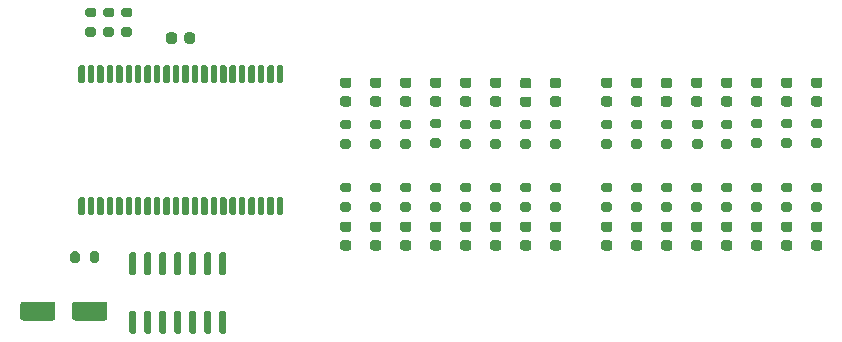
<source format=gbr>
%TF.GenerationSoftware,KiCad,Pcbnew,(5.1.10-1-10_14)*%
%TF.CreationDate,2021-09-25T13:26:57-04:00*%
%TF.ProjectId,RAM,52414d2e-6b69-4636-9164-5f7063625858,rev?*%
%TF.SameCoordinates,Original*%
%TF.FileFunction,Paste,Top*%
%TF.FilePolarity,Positive*%
%FSLAX46Y46*%
G04 Gerber Fmt 4.6, Leading zero omitted, Abs format (unit mm)*
G04 Created by KiCad (PCBNEW (5.1.10-1-10_14)) date 2021-09-25 13:26:57*
%MOMM*%
%LPD*%
G01*
G04 APERTURE LIST*
G04 APERTURE END LIST*
%TO.C,C2*%
G36*
G01*
X225744000Y-97578000D02*
X225744000Y-96478000D01*
G75*
G02*
X225994000Y-96228000I250000J0D01*
G01*
X228494000Y-96228000D01*
G75*
G02*
X228744000Y-96478000I0J-250000D01*
G01*
X228744000Y-97578000D01*
G75*
G02*
X228494000Y-97828000I-250000J0D01*
G01*
X225994000Y-97828000D01*
G75*
G02*
X225744000Y-97578000I0J250000D01*
G01*
G37*
G36*
G01*
X221344000Y-97578000D02*
X221344000Y-96478000D01*
G75*
G02*
X221594000Y-96228000I250000J0D01*
G01*
X224094000Y-96228000D01*
G75*
G02*
X224344000Y-96478000I0J-250000D01*
G01*
X224344000Y-97578000D01*
G75*
G02*
X224094000Y-97828000I-250000J0D01*
G01*
X221594000Y-97828000D01*
G75*
G02*
X221344000Y-97578000I0J250000D01*
G01*
G37*
%TD*%
%TO.C,C1*%
G36*
G01*
X234612000Y-73664000D02*
X234612000Y-74164000D01*
G75*
G02*
X234387000Y-74389000I-225000J0D01*
G01*
X233937000Y-74389000D01*
G75*
G02*
X233712000Y-74164000I0J225000D01*
G01*
X233712000Y-73664000D01*
G75*
G02*
X233937000Y-73439000I225000J0D01*
G01*
X234387000Y-73439000D01*
G75*
G02*
X234612000Y-73664000I0J-225000D01*
G01*
G37*
G36*
G01*
X236162000Y-73664000D02*
X236162000Y-74164000D01*
G75*
G02*
X235937000Y-74389000I-225000J0D01*
G01*
X235487000Y-74389000D01*
G75*
G02*
X235262000Y-74164000I0J225000D01*
G01*
X235262000Y-73664000D01*
G75*
G02*
X235487000Y-73439000I225000J0D01*
G01*
X235937000Y-73439000D01*
G75*
G02*
X236162000Y-73664000I0J-225000D01*
G01*
G37*
%TD*%
%TO.C,U70*%
G36*
G01*
X226397000Y-92181000D02*
X226397000Y-92731000D01*
G75*
G02*
X226197000Y-92931000I-200000J0D01*
G01*
X225797000Y-92931000D01*
G75*
G02*
X225597000Y-92731000I0J200000D01*
G01*
X225597000Y-92181000D01*
G75*
G02*
X225797000Y-91981000I200000J0D01*
G01*
X226197000Y-91981000D01*
G75*
G02*
X226397000Y-92181000I0J-200000D01*
G01*
G37*
G36*
G01*
X228047000Y-92181000D02*
X228047000Y-92731000D01*
G75*
G02*
X227847000Y-92931000I-200000J0D01*
G01*
X227447000Y-92931000D01*
G75*
G02*
X227247000Y-92731000I0J200000D01*
G01*
X227247000Y-92181000D01*
G75*
G02*
X227447000Y-91981000I200000J0D01*
G01*
X227847000Y-91981000D01*
G75*
G02*
X228047000Y-92181000I0J-200000D01*
G01*
G37*
%TD*%
%TO.C,U69*%
G36*
G01*
X227055000Y-73006000D02*
X227605000Y-73006000D01*
G75*
G02*
X227805000Y-73206000I0J-200000D01*
G01*
X227805000Y-73606000D01*
G75*
G02*
X227605000Y-73806000I-200000J0D01*
G01*
X227055000Y-73806000D01*
G75*
G02*
X226855000Y-73606000I0J200000D01*
G01*
X226855000Y-73206000D01*
G75*
G02*
X227055000Y-73006000I200000J0D01*
G01*
G37*
G36*
G01*
X227055000Y-71356000D02*
X227605000Y-71356000D01*
G75*
G02*
X227805000Y-71556000I0J-200000D01*
G01*
X227805000Y-71956000D01*
G75*
G02*
X227605000Y-72156000I-200000J0D01*
G01*
X227055000Y-72156000D01*
G75*
G02*
X226855000Y-71956000I0J200000D01*
G01*
X226855000Y-71556000D01*
G75*
G02*
X227055000Y-71356000I200000J0D01*
G01*
G37*
%TD*%
%TO.C,U68*%
G36*
G01*
X231036000Y-94004000D02*
X230736000Y-94004000D01*
G75*
G02*
X230586000Y-93854000I0J150000D01*
G01*
X230586000Y-92204000D01*
G75*
G02*
X230736000Y-92054000I150000J0D01*
G01*
X231036000Y-92054000D01*
G75*
G02*
X231186000Y-92204000I0J-150000D01*
G01*
X231186000Y-93854000D01*
G75*
G02*
X231036000Y-94004000I-150000J0D01*
G01*
G37*
G36*
G01*
X232306000Y-94004000D02*
X232006000Y-94004000D01*
G75*
G02*
X231856000Y-93854000I0J150000D01*
G01*
X231856000Y-92204000D01*
G75*
G02*
X232006000Y-92054000I150000J0D01*
G01*
X232306000Y-92054000D01*
G75*
G02*
X232456000Y-92204000I0J-150000D01*
G01*
X232456000Y-93854000D01*
G75*
G02*
X232306000Y-94004000I-150000J0D01*
G01*
G37*
G36*
G01*
X233576000Y-94004000D02*
X233276000Y-94004000D01*
G75*
G02*
X233126000Y-93854000I0J150000D01*
G01*
X233126000Y-92204000D01*
G75*
G02*
X233276000Y-92054000I150000J0D01*
G01*
X233576000Y-92054000D01*
G75*
G02*
X233726000Y-92204000I0J-150000D01*
G01*
X233726000Y-93854000D01*
G75*
G02*
X233576000Y-94004000I-150000J0D01*
G01*
G37*
G36*
G01*
X234846000Y-94004000D02*
X234546000Y-94004000D01*
G75*
G02*
X234396000Y-93854000I0J150000D01*
G01*
X234396000Y-92204000D01*
G75*
G02*
X234546000Y-92054000I150000J0D01*
G01*
X234846000Y-92054000D01*
G75*
G02*
X234996000Y-92204000I0J-150000D01*
G01*
X234996000Y-93854000D01*
G75*
G02*
X234846000Y-94004000I-150000J0D01*
G01*
G37*
G36*
G01*
X236116000Y-94004000D02*
X235816000Y-94004000D01*
G75*
G02*
X235666000Y-93854000I0J150000D01*
G01*
X235666000Y-92204000D01*
G75*
G02*
X235816000Y-92054000I150000J0D01*
G01*
X236116000Y-92054000D01*
G75*
G02*
X236266000Y-92204000I0J-150000D01*
G01*
X236266000Y-93854000D01*
G75*
G02*
X236116000Y-94004000I-150000J0D01*
G01*
G37*
G36*
G01*
X237386000Y-94004000D02*
X237086000Y-94004000D01*
G75*
G02*
X236936000Y-93854000I0J150000D01*
G01*
X236936000Y-92204000D01*
G75*
G02*
X237086000Y-92054000I150000J0D01*
G01*
X237386000Y-92054000D01*
G75*
G02*
X237536000Y-92204000I0J-150000D01*
G01*
X237536000Y-93854000D01*
G75*
G02*
X237386000Y-94004000I-150000J0D01*
G01*
G37*
G36*
G01*
X238656000Y-94004000D02*
X238356000Y-94004000D01*
G75*
G02*
X238206000Y-93854000I0J150000D01*
G01*
X238206000Y-92204000D01*
G75*
G02*
X238356000Y-92054000I150000J0D01*
G01*
X238656000Y-92054000D01*
G75*
G02*
X238806000Y-92204000I0J-150000D01*
G01*
X238806000Y-93854000D01*
G75*
G02*
X238656000Y-94004000I-150000J0D01*
G01*
G37*
G36*
G01*
X238656000Y-98954000D02*
X238356000Y-98954000D01*
G75*
G02*
X238206000Y-98804000I0J150000D01*
G01*
X238206000Y-97154000D01*
G75*
G02*
X238356000Y-97004000I150000J0D01*
G01*
X238656000Y-97004000D01*
G75*
G02*
X238806000Y-97154000I0J-150000D01*
G01*
X238806000Y-98804000D01*
G75*
G02*
X238656000Y-98954000I-150000J0D01*
G01*
G37*
G36*
G01*
X237386000Y-98954000D02*
X237086000Y-98954000D01*
G75*
G02*
X236936000Y-98804000I0J150000D01*
G01*
X236936000Y-97154000D01*
G75*
G02*
X237086000Y-97004000I150000J0D01*
G01*
X237386000Y-97004000D01*
G75*
G02*
X237536000Y-97154000I0J-150000D01*
G01*
X237536000Y-98804000D01*
G75*
G02*
X237386000Y-98954000I-150000J0D01*
G01*
G37*
G36*
G01*
X236116000Y-98954000D02*
X235816000Y-98954000D01*
G75*
G02*
X235666000Y-98804000I0J150000D01*
G01*
X235666000Y-97154000D01*
G75*
G02*
X235816000Y-97004000I150000J0D01*
G01*
X236116000Y-97004000D01*
G75*
G02*
X236266000Y-97154000I0J-150000D01*
G01*
X236266000Y-98804000D01*
G75*
G02*
X236116000Y-98954000I-150000J0D01*
G01*
G37*
G36*
G01*
X234846000Y-98954000D02*
X234546000Y-98954000D01*
G75*
G02*
X234396000Y-98804000I0J150000D01*
G01*
X234396000Y-97154000D01*
G75*
G02*
X234546000Y-97004000I150000J0D01*
G01*
X234846000Y-97004000D01*
G75*
G02*
X234996000Y-97154000I0J-150000D01*
G01*
X234996000Y-98804000D01*
G75*
G02*
X234846000Y-98954000I-150000J0D01*
G01*
G37*
G36*
G01*
X233576000Y-98954000D02*
X233276000Y-98954000D01*
G75*
G02*
X233126000Y-98804000I0J150000D01*
G01*
X233126000Y-97154000D01*
G75*
G02*
X233276000Y-97004000I150000J0D01*
G01*
X233576000Y-97004000D01*
G75*
G02*
X233726000Y-97154000I0J-150000D01*
G01*
X233726000Y-98804000D01*
G75*
G02*
X233576000Y-98954000I-150000J0D01*
G01*
G37*
G36*
G01*
X232306000Y-98954000D02*
X232006000Y-98954000D01*
G75*
G02*
X231856000Y-98804000I0J150000D01*
G01*
X231856000Y-97154000D01*
G75*
G02*
X232006000Y-97004000I150000J0D01*
G01*
X232306000Y-97004000D01*
G75*
G02*
X232456000Y-97154000I0J-150000D01*
G01*
X232456000Y-98804000D01*
G75*
G02*
X232306000Y-98954000I-150000J0D01*
G01*
G37*
G36*
G01*
X231036000Y-98954000D02*
X230736000Y-98954000D01*
G75*
G02*
X230586000Y-98804000I0J150000D01*
G01*
X230586000Y-97154000D01*
G75*
G02*
X230736000Y-97004000I150000J0D01*
G01*
X231036000Y-97004000D01*
G75*
G02*
X231186000Y-97154000I0J-150000D01*
G01*
X231186000Y-98804000D01*
G75*
G02*
X231036000Y-98954000I-150000J0D01*
G01*
G37*
%TD*%
%TO.C,U67*%
G36*
G01*
X226687500Y-77725000D02*
X226412500Y-77725000D01*
G75*
G02*
X226275000Y-77587500I0J137500D01*
G01*
X226275000Y-76337500D01*
G75*
G02*
X226412500Y-76200000I137500J0D01*
G01*
X226687500Y-76200000D01*
G75*
G02*
X226825000Y-76337500I0J-137500D01*
G01*
X226825000Y-77587500D01*
G75*
G02*
X226687500Y-77725000I-137500J0D01*
G01*
G37*
G36*
G01*
X227487500Y-77725000D02*
X227212500Y-77725000D01*
G75*
G02*
X227075000Y-77587500I0J137500D01*
G01*
X227075000Y-76337500D01*
G75*
G02*
X227212500Y-76200000I137500J0D01*
G01*
X227487500Y-76200000D01*
G75*
G02*
X227625000Y-76337500I0J-137500D01*
G01*
X227625000Y-77587500D01*
G75*
G02*
X227487500Y-77725000I-137500J0D01*
G01*
G37*
G36*
G01*
X228287500Y-77725000D02*
X228012500Y-77725000D01*
G75*
G02*
X227875000Y-77587500I0J137500D01*
G01*
X227875000Y-76337500D01*
G75*
G02*
X228012500Y-76200000I137500J0D01*
G01*
X228287500Y-76200000D01*
G75*
G02*
X228425000Y-76337500I0J-137500D01*
G01*
X228425000Y-77587500D01*
G75*
G02*
X228287500Y-77725000I-137500J0D01*
G01*
G37*
G36*
G01*
X229087500Y-77725000D02*
X228812500Y-77725000D01*
G75*
G02*
X228675000Y-77587500I0J137500D01*
G01*
X228675000Y-76337500D01*
G75*
G02*
X228812500Y-76200000I137500J0D01*
G01*
X229087500Y-76200000D01*
G75*
G02*
X229225000Y-76337500I0J-137500D01*
G01*
X229225000Y-77587500D01*
G75*
G02*
X229087500Y-77725000I-137500J0D01*
G01*
G37*
G36*
G01*
X229887500Y-77725000D02*
X229612500Y-77725000D01*
G75*
G02*
X229475000Y-77587500I0J137500D01*
G01*
X229475000Y-76337500D01*
G75*
G02*
X229612500Y-76200000I137500J0D01*
G01*
X229887500Y-76200000D01*
G75*
G02*
X230025000Y-76337500I0J-137500D01*
G01*
X230025000Y-77587500D01*
G75*
G02*
X229887500Y-77725000I-137500J0D01*
G01*
G37*
G36*
G01*
X230687500Y-77725000D02*
X230412500Y-77725000D01*
G75*
G02*
X230275000Y-77587500I0J137500D01*
G01*
X230275000Y-76337500D01*
G75*
G02*
X230412500Y-76200000I137500J0D01*
G01*
X230687500Y-76200000D01*
G75*
G02*
X230825000Y-76337500I0J-137500D01*
G01*
X230825000Y-77587500D01*
G75*
G02*
X230687500Y-77725000I-137500J0D01*
G01*
G37*
G36*
G01*
X231487500Y-77725000D02*
X231212500Y-77725000D01*
G75*
G02*
X231075000Y-77587500I0J137500D01*
G01*
X231075000Y-76337500D01*
G75*
G02*
X231212500Y-76200000I137500J0D01*
G01*
X231487500Y-76200000D01*
G75*
G02*
X231625000Y-76337500I0J-137500D01*
G01*
X231625000Y-77587500D01*
G75*
G02*
X231487500Y-77725000I-137500J0D01*
G01*
G37*
G36*
G01*
X232287500Y-77725000D02*
X232012500Y-77725000D01*
G75*
G02*
X231875000Y-77587500I0J137500D01*
G01*
X231875000Y-76337500D01*
G75*
G02*
X232012500Y-76200000I137500J0D01*
G01*
X232287500Y-76200000D01*
G75*
G02*
X232425000Y-76337500I0J-137500D01*
G01*
X232425000Y-77587500D01*
G75*
G02*
X232287500Y-77725000I-137500J0D01*
G01*
G37*
G36*
G01*
X233087500Y-77725000D02*
X232812500Y-77725000D01*
G75*
G02*
X232675000Y-77587500I0J137500D01*
G01*
X232675000Y-76337500D01*
G75*
G02*
X232812500Y-76200000I137500J0D01*
G01*
X233087500Y-76200000D01*
G75*
G02*
X233225000Y-76337500I0J-137500D01*
G01*
X233225000Y-77587500D01*
G75*
G02*
X233087500Y-77725000I-137500J0D01*
G01*
G37*
G36*
G01*
X233887500Y-77725000D02*
X233612500Y-77725000D01*
G75*
G02*
X233475000Y-77587500I0J137500D01*
G01*
X233475000Y-76337500D01*
G75*
G02*
X233612500Y-76200000I137500J0D01*
G01*
X233887500Y-76200000D01*
G75*
G02*
X234025000Y-76337500I0J-137500D01*
G01*
X234025000Y-77587500D01*
G75*
G02*
X233887500Y-77725000I-137500J0D01*
G01*
G37*
G36*
G01*
X234687500Y-77725000D02*
X234412500Y-77725000D01*
G75*
G02*
X234275000Y-77587500I0J137500D01*
G01*
X234275000Y-76337500D01*
G75*
G02*
X234412500Y-76200000I137500J0D01*
G01*
X234687500Y-76200000D01*
G75*
G02*
X234825000Y-76337500I0J-137500D01*
G01*
X234825000Y-77587500D01*
G75*
G02*
X234687500Y-77725000I-137500J0D01*
G01*
G37*
G36*
G01*
X235487500Y-77725000D02*
X235212500Y-77725000D01*
G75*
G02*
X235075000Y-77587500I0J137500D01*
G01*
X235075000Y-76337500D01*
G75*
G02*
X235212500Y-76200000I137500J0D01*
G01*
X235487500Y-76200000D01*
G75*
G02*
X235625000Y-76337500I0J-137500D01*
G01*
X235625000Y-77587500D01*
G75*
G02*
X235487500Y-77725000I-137500J0D01*
G01*
G37*
G36*
G01*
X236287500Y-77725000D02*
X236012500Y-77725000D01*
G75*
G02*
X235875000Y-77587500I0J137500D01*
G01*
X235875000Y-76337500D01*
G75*
G02*
X236012500Y-76200000I137500J0D01*
G01*
X236287500Y-76200000D01*
G75*
G02*
X236425000Y-76337500I0J-137500D01*
G01*
X236425000Y-77587500D01*
G75*
G02*
X236287500Y-77725000I-137500J0D01*
G01*
G37*
G36*
G01*
X237087500Y-77725000D02*
X236812500Y-77725000D01*
G75*
G02*
X236675000Y-77587500I0J137500D01*
G01*
X236675000Y-76337500D01*
G75*
G02*
X236812500Y-76200000I137500J0D01*
G01*
X237087500Y-76200000D01*
G75*
G02*
X237225000Y-76337500I0J-137500D01*
G01*
X237225000Y-77587500D01*
G75*
G02*
X237087500Y-77725000I-137500J0D01*
G01*
G37*
G36*
G01*
X237887500Y-77725000D02*
X237612500Y-77725000D01*
G75*
G02*
X237475000Y-77587500I0J137500D01*
G01*
X237475000Y-76337500D01*
G75*
G02*
X237612500Y-76200000I137500J0D01*
G01*
X237887500Y-76200000D01*
G75*
G02*
X238025000Y-76337500I0J-137500D01*
G01*
X238025000Y-77587500D01*
G75*
G02*
X237887500Y-77725000I-137500J0D01*
G01*
G37*
G36*
G01*
X238687500Y-77725000D02*
X238412500Y-77725000D01*
G75*
G02*
X238275000Y-77587500I0J137500D01*
G01*
X238275000Y-76337500D01*
G75*
G02*
X238412500Y-76200000I137500J0D01*
G01*
X238687500Y-76200000D01*
G75*
G02*
X238825000Y-76337500I0J-137500D01*
G01*
X238825000Y-77587500D01*
G75*
G02*
X238687500Y-77725000I-137500J0D01*
G01*
G37*
G36*
G01*
X239487500Y-77725000D02*
X239212500Y-77725000D01*
G75*
G02*
X239075000Y-77587500I0J137500D01*
G01*
X239075000Y-76337500D01*
G75*
G02*
X239212500Y-76200000I137500J0D01*
G01*
X239487500Y-76200000D01*
G75*
G02*
X239625000Y-76337500I0J-137500D01*
G01*
X239625000Y-77587500D01*
G75*
G02*
X239487500Y-77725000I-137500J0D01*
G01*
G37*
G36*
G01*
X240287500Y-77725000D02*
X240012500Y-77725000D01*
G75*
G02*
X239875000Y-77587500I0J137500D01*
G01*
X239875000Y-76337500D01*
G75*
G02*
X240012500Y-76200000I137500J0D01*
G01*
X240287500Y-76200000D01*
G75*
G02*
X240425000Y-76337500I0J-137500D01*
G01*
X240425000Y-77587500D01*
G75*
G02*
X240287500Y-77725000I-137500J0D01*
G01*
G37*
G36*
G01*
X241087500Y-77725000D02*
X240812500Y-77725000D01*
G75*
G02*
X240675000Y-77587500I0J137500D01*
G01*
X240675000Y-76337500D01*
G75*
G02*
X240812500Y-76200000I137500J0D01*
G01*
X241087500Y-76200000D01*
G75*
G02*
X241225000Y-76337500I0J-137500D01*
G01*
X241225000Y-77587500D01*
G75*
G02*
X241087500Y-77725000I-137500J0D01*
G01*
G37*
G36*
G01*
X241887500Y-77725000D02*
X241612500Y-77725000D01*
G75*
G02*
X241475000Y-77587500I0J137500D01*
G01*
X241475000Y-76337500D01*
G75*
G02*
X241612500Y-76200000I137500J0D01*
G01*
X241887500Y-76200000D01*
G75*
G02*
X242025000Y-76337500I0J-137500D01*
G01*
X242025000Y-77587500D01*
G75*
G02*
X241887500Y-77725000I-137500J0D01*
G01*
G37*
G36*
G01*
X242687500Y-77725000D02*
X242412500Y-77725000D01*
G75*
G02*
X242275000Y-77587500I0J137500D01*
G01*
X242275000Y-76337500D01*
G75*
G02*
X242412500Y-76200000I137500J0D01*
G01*
X242687500Y-76200000D01*
G75*
G02*
X242825000Y-76337500I0J-137500D01*
G01*
X242825000Y-77587500D01*
G75*
G02*
X242687500Y-77725000I-137500J0D01*
G01*
G37*
G36*
G01*
X243487500Y-77725000D02*
X243212500Y-77725000D01*
G75*
G02*
X243075000Y-77587500I0J137500D01*
G01*
X243075000Y-76337500D01*
G75*
G02*
X243212500Y-76200000I137500J0D01*
G01*
X243487500Y-76200000D01*
G75*
G02*
X243625000Y-76337500I0J-137500D01*
G01*
X243625000Y-77587500D01*
G75*
G02*
X243487500Y-77725000I-137500J0D01*
G01*
G37*
G36*
G01*
X243487500Y-88900000D02*
X243212500Y-88900000D01*
G75*
G02*
X243075000Y-88762500I0J137500D01*
G01*
X243075000Y-87512500D01*
G75*
G02*
X243212500Y-87375000I137500J0D01*
G01*
X243487500Y-87375000D01*
G75*
G02*
X243625000Y-87512500I0J-137500D01*
G01*
X243625000Y-88762500D01*
G75*
G02*
X243487500Y-88900000I-137500J0D01*
G01*
G37*
G36*
G01*
X242687500Y-88900000D02*
X242412500Y-88900000D01*
G75*
G02*
X242275000Y-88762500I0J137500D01*
G01*
X242275000Y-87512500D01*
G75*
G02*
X242412500Y-87375000I137500J0D01*
G01*
X242687500Y-87375000D01*
G75*
G02*
X242825000Y-87512500I0J-137500D01*
G01*
X242825000Y-88762500D01*
G75*
G02*
X242687500Y-88900000I-137500J0D01*
G01*
G37*
G36*
G01*
X241887500Y-88900000D02*
X241612500Y-88900000D01*
G75*
G02*
X241475000Y-88762500I0J137500D01*
G01*
X241475000Y-87512500D01*
G75*
G02*
X241612500Y-87375000I137500J0D01*
G01*
X241887500Y-87375000D01*
G75*
G02*
X242025000Y-87512500I0J-137500D01*
G01*
X242025000Y-88762500D01*
G75*
G02*
X241887500Y-88900000I-137500J0D01*
G01*
G37*
G36*
G01*
X241087500Y-88900000D02*
X240812500Y-88900000D01*
G75*
G02*
X240675000Y-88762500I0J137500D01*
G01*
X240675000Y-87512500D01*
G75*
G02*
X240812500Y-87375000I137500J0D01*
G01*
X241087500Y-87375000D01*
G75*
G02*
X241225000Y-87512500I0J-137500D01*
G01*
X241225000Y-88762500D01*
G75*
G02*
X241087500Y-88900000I-137500J0D01*
G01*
G37*
G36*
G01*
X240287500Y-88900000D02*
X240012500Y-88900000D01*
G75*
G02*
X239875000Y-88762500I0J137500D01*
G01*
X239875000Y-87512500D01*
G75*
G02*
X240012500Y-87375000I137500J0D01*
G01*
X240287500Y-87375000D01*
G75*
G02*
X240425000Y-87512500I0J-137500D01*
G01*
X240425000Y-88762500D01*
G75*
G02*
X240287500Y-88900000I-137500J0D01*
G01*
G37*
G36*
G01*
X239487500Y-88900000D02*
X239212500Y-88900000D01*
G75*
G02*
X239075000Y-88762500I0J137500D01*
G01*
X239075000Y-87512500D01*
G75*
G02*
X239212500Y-87375000I137500J0D01*
G01*
X239487500Y-87375000D01*
G75*
G02*
X239625000Y-87512500I0J-137500D01*
G01*
X239625000Y-88762500D01*
G75*
G02*
X239487500Y-88900000I-137500J0D01*
G01*
G37*
G36*
G01*
X238687500Y-88900000D02*
X238412500Y-88900000D01*
G75*
G02*
X238275000Y-88762500I0J137500D01*
G01*
X238275000Y-87512500D01*
G75*
G02*
X238412500Y-87375000I137500J0D01*
G01*
X238687500Y-87375000D01*
G75*
G02*
X238825000Y-87512500I0J-137500D01*
G01*
X238825000Y-88762500D01*
G75*
G02*
X238687500Y-88900000I-137500J0D01*
G01*
G37*
G36*
G01*
X237887500Y-88900000D02*
X237612500Y-88900000D01*
G75*
G02*
X237475000Y-88762500I0J137500D01*
G01*
X237475000Y-87512500D01*
G75*
G02*
X237612500Y-87375000I137500J0D01*
G01*
X237887500Y-87375000D01*
G75*
G02*
X238025000Y-87512500I0J-137500D01*
G01*
X238025000Y-88762500D01*
G75*
G02*
X237887500Y-88900000I-137500J0D01*
G01*
G37*
G36*
G01*
X237087500Y-88900000D02*
X236812500Y-88900000D01*
G75*
G02*
X236675000Y-88762500I0J137500D01*
G01*
X236675000Y-87512500D01*
G75*
G02*
X236812500Y-87375000I137500J0D01*
G01*
X237087500Y-87375000D01*
G75*
G02*
X237225000Y-87512500I0J-137500D01*
G01*
X237225000Y-88762500D01*
G75*
G02*
X237087500Y-88900000I-137500J0D01*
G01*
G37*
G36*
G01*
X236287500Y-88900000D02*
X236012500Y-88900000D01*
G75*
G02*
X235875000Y-88762500I0J137500D01*
G01*
X235875000Y-87512500D01*
G75*
G02*
X236012500Y-87375000I137500J0D01*
G01*
X236287500Y-87375000D01*
G75*
G02*
X236425000Y-87512500I0J-137500D01*
G01*
X236425000Y-88762500D01*
G75*
G02*
X236287500Y-88900000I-137500J0D01*
G01*
G37*
G36*
G01*
X235487500Y-88900000D02*
X235212500Y-88900000D01*
G75*
G02*
X235075000Y-88762500I0J137500D01*
G01*
X235075000Y-87512500D01*
G75*
G02*
X235212500Y-87375000I137500J0D01*
G01*
X235487500Y-87375000D01*
G75*
G02*
X235625000Y-87512500I0J-137500D01*
G01*
X235625000Y-88762500D01*
G75*
G02*
X235487500Y-88900000I-137500J0D01*
G01*
G37*
G36*
G01*
X234687500Y-88900000D02*
X234412500Y-88900000D01*
G75*
G02*
X234275000Y-88762500I0J137500D01*
G01*
X234275000Y-87512500D01*
G75*
G02*
X234412500Y-87375000I137500J0D01*
G01*
X234687500Y-87375000D01*
G75*
G02*
X234825000Y-87512500I0J-137500D01*
G01*
X234825000Y-88762500D01*
G75*
G02*
X234687500Y-88900000I-137500J0D01*
G01*
G37*
G36*
G01*
X233887500Y-88900000D02*
X233612500Y-88900000D01*
G75*
G02*
X233475000Y-88762500I0J137500D01*
G01*
X233475000Y-87512500D01*
G75*
G02*
X233612500Y-87375000I137500J0D01*
G01*
X233887500Y-87375000D01*
G75*
G02*
X234025000Y-87512500I0J-137500D01*
G01*
X234025000Y-88762500D01*
G75*
G02*
X233887500Y-88900000I-137500J0D01*
G01*
G37*
G36*
G01*
X233087500Y-88900000D02*
X232812500Y-88900000D01*
G75*
G02*
X232675000Y-88762500I0J137500D01*
G01*
X232675000Y-87512500D01*
G75*
G02*
X232812500Y-87375000I137500J0D01*
G01*
X233087500Y-87375000D01*
G75*
G02*
X233225000Y-87512500I0J-137500D01*
G01*
X233225000Y-88762500D01*
G75*
G02*
X233087500Y-88900000I-137500J0D01*
G01*
G37*
G36*
G01*
X232287500Y-88900000D02*
X232012500Y-88900000D01*
G75*
G02*
X231875000Y-88762500I0J137500D01*
G01*
X231875000Y-87512500D01*
G75*
G02*
X232012500Y-87375000I137500J0D01*
G01*
X232287500Y-87375000D01*
G75*
G02*
X232425000Y-87512500I0J-137500D01*
G01*
X232425000Y-88762500D01*
G75*
G02*
X232287500Y-88900000I-137500J0D01*
G01*
G37*
G36*
G01*
X231487500Y-88900000D02*
X231212500Y-88900000D01*
G75*
G02*
X231075000Y-88762500I0J137500D01*
G01*
X231075000Y-87512500D01*
G75*
G02*
X231212500Y-87375000I137500J0D01*
G01*
X231487500Y-87375000D01*
G75*
G02*
X231625000Y-87512500I0J-137500D01*
G01*
X231625000Y-88762500D01*
G75*
G02*
X231487500Y-88900000I-137500J0D01*
G01*
G37*
G36*
G01*
X230687500Y-88900000D02*
X230412500Y-88900000D01*
G75*
G02*
X230275000Y-88762500I0J137500D01*
G01*
X230275000Y-87512500D01*
G75*
G02*
X230412500Y-87375000I137500J0D01*
G01*
X230687500Y-87375000D01*
G75*
G02*
X230825000Y-87512500I0J-137500D01*
G01*
X230825000Y-88762500D01*
G75*
G02*
X230687500Y-88900000I-137500J0D01*
G01*
G37*
G36*
G01*
X229887500Y-88900000D02*
X229612500Y-88900000D01*
G75*
G02*
X229475000Y-88762500I0J137500D01*
G01*
X229475000Y-87512500D01*
G75*
G02*
X229612500Y-87375000I137500J0D01*
G01*
X229887500Y-87375000D01*
G75*
G02*
X230025000Y-87512500I0J-137500D01*
G01*
X230025000Y-88762500D01*
G75*
G02*
X229887500Y-88900000I-137500J0D01*
G01*
G37*
G36*
G01*
X229087500Y-88900000D02*
X228812500Y-88900000D01*
G75*
G02*
X228675000Y-88762500I0J137500D01*
G01*
X228675000Y-87512500D01*
G75*
G02*
X228812500Y-87375000I137500J0D01*
G01*
X229087500Y-87375000D01*
G75*
G02*
X229225000Y-87512500I0J-137500D01*
G01*
X229225000Y-88762500D01*
G75*
G02*
X229087500Y-88900000I-137500J0D01*
G01*
G37*
G36*
G01*
X228287500Y-88900000D02*
X228012500Y-88900000D01*
G75*
G02*
X227875000Y-88762500I0J137500D01*
G01*
X227875000Y-87512500D01*
G75*
G02*
X228012500Y-87375000I137500J0D01*
G01*
X228287500Y-87375000D01*
G75*
G02*
X228425000Y-87512500I0J-137500D01*
G01*
X228425000Y-88762500D01*
G75*
G02*
X228287500Y-88900000I-137500J0D01*
G01*
G37*
G36*
G01*
X227487500Y-88900000D02*
X227212500Y-88900000D01*
G75*
G02*
X227075000Y-88762500I0J137500D01*
G01*
X227075000Y-87512500D01*
G75*
G02*
X227212500Y-87375000I137500J0D01*
G01*
X227487500Y-87375000D01*
G75*
G02*
X227625000Y-87512500I0J-137500D01*
G01*
X227625000Y-88762500D01*
G75*
G02*
X227487500Y-88900000I-137500J0D01*
G01*
G37*
G36*
G01*
X226687500Y-88900000D02*
X226412500Y-88900000D01*
G75*
G02*
X226275000Y-88762500I0J137500D01*
G01*
X226275000Y-87512500D01*
G75*
G02*
X226412500Y-87375000I137500J0D01*
G01*
X226687500Y-87375000D01*
G75*
G02*
X226825000Y-87512500I0J-137500D01*
G01*
X226825000Y-88762500D01*
G75*
G02*
X226687500Y-88900000I-137500J0D01*
G01*
G37*
%TD*%
%TO.C,U34*%
G36*
G01*
X230103000Y-73006000D02*
X230653000Y-73006000D01*
G75*
G02*
X230853000Y-73206000I0J-200000D01*
G01*
X230853000Y-73606000D01*
G75*
G02*
X230653000Y-73806000I-200000J0D01*
G01*
X230103000Y-73806000D01*
G75*
G02*
X229903000Y-73606000I0J200000D01*
G01*
X229903000Y-73206000D01*
G75*
G02*
X230103000Y-73006000I200000J0D01*
G01*
G37*
G36*
G01*
X230103000Y-71356000D02*
X230653000Y-71356000D01*
G75*
G02*
X230853000Y-71556000I0J-200000D01*
G01*
X230853000Y-71956000D01*
G75*
G02*
X230653000Y-72156000I-200000J0D01*
G01*
X230103000Y-72156000D01*
G75*
G02*
X229903000Y-71956000I0J200000D01*
G01*
X229903000Y-71556000D01*
G75*
G02*
X230103000Y-71356000I200000J0D01*
G01*
G37*
%TD*%
%TO.C,U1*%
G36*
G01*
X228579000Y-73006000D02*
X229129000Y-73006000D01*
G75*
G02*
X229329000Y-73206000I0J-200000D01*
G01*
X229329000Y-73606000D01*
G75*
G02*
X229129000Y-73806000I-200000J0D01*
G01*
X228579000Y-73806000D01*
G75*
G02*
X228379000Y-73606000I0J200000D01*
G01*
X228379000Y-73206000D01*
G75*
G02*
X228579000Y-73006000I200000J0D01*
G01*
G37*
G36*
G01*
X228579000Y-71356000D02*
X229129000Y-71356000D01*
G75*
G02*
X229329000Y-71556000I0J-200000D01*
G01*
X229329000Y-71956000D01*
G75*
G02*
X229129000Y-72156000I-200000J0D01*
G01*
X228579000Y-72156000D01*
G75*
G02*
X228379000Y-71956000I0J200000D01*
G01*
X228379000Y-71556000D01*
G75*
G02*
X228579000Y-71356000I200000J0D01*
G01*
G37*
%TD*%
%TO.C,U65*%
G36*
G01*
X289054250Y-79711000D02*
X288541750Y-79711000D01*
G75*
G02*
X288323000Y-79492250I0J218750D01*
G01*
X288323000Y-79054750D01*
G75*
G02*
X288541750Y-78836000I218750J0D01*
G01*
X289054250Y-78836000D01*
G75*
G02*
X289273000Y-79054750I0J-218750D01*
G01*
X289273000Y-79492250D01*
G75*
G02*
X289054250Y-79711000I-218750J0D01*
G01*
G37*
G36*
G01*
X289054250Y-78136000D02*
X288541750Y-78136000D01*
G75*
G02*
X288323000Y-77917250I0J218750D01*
G01*
X288323000Y-77479750D01*
G75*
G02*
X288541750Y-77261000I218750J0D01*
G01*
X289054250Y-77261000D01*
G75*
G02*
X289273000Y-77479750I0J-218750D01*
G01*
X289273000Y-77917250D01*
G75*
G02*
X289054250Y-78136000I-218750J0D01*
G01*
G37*
%TD*%
%TO.C,U61*%
G36*
G01*
X286514250Y-79711000D02*
X286001750Y-79711000D01*
G75*
G02*
X285783000Y-79492250I0J218750D01*
G01*
X285783000Y-79054750D01*
G75*
G02*
X286001750Y-78836000I218750J0D01*
G01*
X286514250Y-78836000D01*
G75*
G02*
X286733000Y-79054750I0J-218750D01*
G01*
X286733000Y-79492250D01*
G75*
G02*
X286514250Y-79711000I-218750J0D01*
G01*
G37*
G36*
G01*
X286514250Y-78136000D02*
X286001750Y-78136000D01*
G75*
G02*
X285783000Y-77917250I0J218750D01*
G01*
X285783000Y-77479750D01*
G75*
G02*
X286001750Y-77261000I218750J0D01*
G01*
X286514250Y-77261000D01*
G75*
G02*
X286733000Y-77479750I0J-218750D01*
G01*
X286733000Y-77917250D01*
G75*
G02*
X286514250Y-78136000I-218750J0D01*
G01*
G37*
%TD*%
%TO.C,U57*%
G36*
G01*
X283974250Y-79711000D02*
X283461750Y-79711000D01*
G75*
G02*
X283243000Y-79492250I0J218750D01*
G01*
X283243000Y-79054750D01*
G75*
G02*
X283461750Y-78836000I218750J0D01*
G01*
X283974250Y-78836000D01*
G75*
G02*
X284193000Y-79054750I0J-218750D01*
G01*
X284193000Y-79492250D01*
G75*
G02*
X283974250Y-79711000I-218750J0D01*
G01*
G37*
G36*
G01*
X283974250Y-78136000D02*
X283461750Y-78136000D01*
G75*
G02*
X283243000Y-77917250I0J218750D01*
G01*
X283243000Y-77479750D01*
G75*
G02*
X283461750Y-77261000I218750J0D01*
G01*
X283974250Y-77261000D01*
G75*
G02*
X284193000Y-77479750I0J-218750D01*
G01*
X284193000Y-77917250D01*
G75*
G02*
X283974250Y-78136000I-218750J0D01*
G01*
G37*
%TD*%
%TO.C,U53*%
G36*
G01*
X281434250Y-79711000D02*
X280921750Y-79711000D01*
G75*
G02*
X280703000Y-79492250I0J218750D01*
G01*
X280703000Y-79054750D01*
G75*
G02*
X280921750Y-78836000I218750J0D01*
G01*
X281434250Y-78836000D01*
G75*
G02*
X281653000Y-79054750I0J-218750D01*
G01*
X281653000Y-79492250D01*
G75*
G02*
X281434250Y-79711000I-218750J0D01*
G01*
G37*
G36*
G01*
X281434250Y-78136000D02*
X280921750Y-78136000D01*
G75*
G02*
X280703000Y-77917250I0J218750D01*
G01*
X280703000Y-77479750D01*
G75*
G02*
X280921750Y-77261000I218750J0D01*
G01*
X281434250Y-77261000D01*
G75*
G02*
X281653000Y-77479750I0J-218750D01*
G01*
X281653000Y-77917250D01*
G75*
G02*
X281434250Y-78136000I-218750J0D01*
G01*
G37*
%TD*%
%TO.C,U49*%
G36*
G01*
X278894250Y-79711000D02*
X278381750Y-79711000D01*
G75*
G02*
X278163000Y-79492250I0J218750D01*
G01*
X278163000Y-79054750D01*
G75*
G02*
X278381750Y-78836000I218750J0D01*
G01*
X278894250Y-78836000D01*
G75*
G02*
X279113000Y-79054750I0J-218750D01*
G01*
X279113000Y-79492250D01*
G75*
G02*
X278894250Y-79711000I-218750J0D01*
G01*
G37*
G36*
G01*
X278894250Y-78136000D02*
X278381750Y-78136000D01*
G75*
G02*
X278163000Y-77917250I0J218750D01*
G01*
X278163000Y-77479750D01*
G75*
G02*
X278381750Y-77261000I218750J0D01*
G01*
X278894250Y-77261000D01*
G75*
G02*
X279113000Y-77479750I0J-218750D01*
G01*
X279113000Y-77917250D01*
G75*
G02*
X278894250Y-78136000I-218750J0D01*
G01*
G37*
%TD*%
%TO.C,U45*%
G36*
G01*
X276328750Y-79711000D02*
X275816250Y-79711000D01*
G75*
G02*
X275597500Y-79492250I0J218750D01*
G01*
X275597500Y-79054750D01*
G75*
G02*
X275816250Y-78836000I218750J0D01*
G01*
X276328750Y-78836000D01*
G75*
G02*
X276547500Y-79054750I0J-218750D01*
G01*
X276547500Y-79492250D01*
G75*
G02*
X276328750Y-79711000I-218750J0D01*
G01*
G37*
G36*
G01*
X276328750Y-78136000D02*
X275816250Y-78136000D01*
G75*
G02*
X275597500Y-77917250I0J218750D01*
G01*
X275597500Y-77479750D01*
G75*
G02*
X275816250Y-77261000I218750J0D01*
G01*
X276328750Y-77261000D01*
G75*
G02*
X276547500Y-77479750I0J-218750D01*
G01*
X276547500Y-77917250D01*
G75*
G02*
X276328750Y-78136000I-218750J0D01*
G01*
G37*
%TD*%
%TO.C,U41*%
G36*
G01*
X273814250Y-79711000D02*
X273301750Y-79711000D01*
G75*
G02*
X273083000Y-79492250I0J218750D01*
G01*
X273083000Y-79054750D01*
G75*
G02*
X273301750Y-78836000I218750J0D01*
G01*
X273814250Y-78836000D01*
G75*
G02*
X274033000Y-79054750I0J-218750D01*
G01*
X274033000Y-79492250D01*
G75*
G02*
X273814250Y-79711000I-218750J0D01*
G01*
G37*
G36*
G01*
X273814250Y-78136000D02*
X273301750Y-78136000D01*
G75*
G02*
X273083000Y-77917250I0J218750D01*
G01*
X273083000Y-77479750D01*
G75*
G02*
X273301750Y-77261000I218750J0D01*
G01*
X273814250Y-77261000D01*
G75*
G02*
X274033000Y-77479750I0J-218750D01*
G01*
X274033000Y-77917250D01*
G75*
G02*
X273814250Y-78136000I-218750J0D01*
G01*
G37*
%TD*%
%TO.C,U37*%
G36*
G01*
X271274250Y-79711000D02*
X270761750Y-79711000D01*
G75*
G02*
X270543000Y-79492250I0J218750D01*
G01*
X270543000Y-79054750D01*
G75*
G02*
X270761750Y-78836000I218750J0D01*
G01*
X271274250Y-78836000D01*
G75*
G02*
X271493000Y-79054750I0J-218750D01*
G01*
X271493000Y-79492250D01*
G75*
G02*
X271274250Y-79711000I-218750J0D01*
G01*
G37*
G36*
G01*
X271274250Y-78136000D02*
X270761750Y-78136000D01*
G75*
G02*
X270543000Y-77917250I0J218750D01*
G01*
X270543000Y-77479750D01*
G75*
G02*
X270761750Y-77261000I218750J0D01*
G01*
X271274250Y-77261000D01*
G75*
G02*
X271493000Y-77479750I0J-218750D01*
G01*
X271493000Y-77917250D01*
G75*
G02*
X271274250Y-78136000I-218750J0D01*
G01*
G37*
%TD*%
%TO.C,U32*%
G36*
G01*
X266942250Y-79711000D02*
X266429750Y-79711000D01*
G75*
G02*
X266211000Y-79492250I0J218750D01*
G01*
X266211000Y-79054750D01*
G75*
G02*
X266429750Y-78836000I218750J0D01*
G01*
X266942250Y-78836000D01*
G75*
G02*
X267161000Y-79054750I0J-218750D01*
G01*
X267161000Y-79492250D01*
G75*
G02*
X266942250Y-79711000I-218750J0D01*
G01*
G37*
G36*
G01*
X266942250Y-78136000D02*
X266429750Y-78136000D01*
G75*
G02*
X266211000Y-77917250I0J218750D01*
G01*
X266211000Y-77479750D01*
G75*
G02*
X266429750Y-77261000I218750J0D01*
G01*
X266942250Y-77261000D01*
G75*
G02*
X267161000Y-77479750I0J-218750D01*
G01*
X267161000Y-77917250D01*
G75*
G02*
X266942250Y-78136000I-218750J0D01*
G01*
G37*
%TD*%
%TO.C,U28*%
G36*
G01*
X264416250Y-79736500D02*
X263903750Y-79736500D01*
G75*
G02*
X263685000Y-79517750I0J218750D01*
G01*
X263685000Y-79080250D01*
G75*
G02*
X263903750Y-78861500I218750J0D01*
G01*
X264416250Y-78861500D01*
G75*
G02*
X264635000Y-79080250I0J-218750D01*
G01*
X264635000Y-79517750D01*
G75*
G02*
X264416250Y-79736500I-218750J0D01*
G01*
G37*
G36*
G01*
X264416250Y-78161500D02*
X263903750Y-78161500D01*
G75*
G02*
X263685000Y-77942750I0J218750D01*
G01*
X263685000Y-77505250D01*
G75*
G02*
X263903750Y-77286500I218750J0D01*
G01*
X264416250Y-77286500D01*
G75*
G02*
X264635000Y-77505250I0J-218750D01*
G01*
X264635000Y-77942750D01*
G75*
G02*
X264416250Y-78161500I-218750J0D01*
G01*
G37*
%TD*%
%TO.C,U24*%
G36*
G01*
X261876250Y-79711000D02*
X261363750Y-79711000D01*
G75*
G02*
X261145000Y-79492250I0J218750D01*
G01*
X261145000Y-79054750D01*
G75*
G02*
X261363750Y-78836000I218750J0D01*
G01*
X261876250Y-78836000D01*
G75*
G02*
X262095000Y-79054750I0J-218750D01*
G01*
X262095000Y-79492250D01*
G75*
G02*
X261876250Y-79711000I-218750J0D01*
G01*
G37*
G36*
G01*
X261876250Y-78136000D02*
X261363750Y-78136000D01*
G75*
G02*
X261145000Y-77917250I0J218750D01*
G01*
X261145000Y-77479750D01*
G75*
G02*
X261363750Y-77261000I218750J0D01*
G01*
X261876250Y-77261000D01*
G75*
G02*
X262095000Y-77479750I0J-218750D01*
G01*
X262095000Y-77917250D01*
G75*
G02*
X261876250Y-78136000I-218750J0D01*
G01*
G37*
%TD*%
%TO.C,U20*%
G36*
G01*
X259336250Y-79711000D02*
X258823750Y-79711000D01*
G75*
G02*
X258605000Y-79492250I0J218750D01*
G01*
X258605000Y-79054750D01*
G75*
G02*
X258823750Y-78836000I218750J0D01*
G01*
X259336250Y-78836000D01*
G75*
G02*
X259555000Y-79054750I0J-218750D01*
G01*
X259555000Y-79492250D01*
G75*
G02*
X259336250Y-79711000I-218750J0D01*
G01*
G37*
G36*
G01*
X259336250Y-78136000D02*
X258823750Y-78136000D01*
G75*
G02*
X258605000Y-77917250I0J218750D01*
G01*
X258605000Y-77479750D01*
G75*
G02*
X258823750Y-77261000I218750J0D01*
G01*
X259336250Y-77261000D01*
G75*
G02*
X259555000Y-77479750I0J-218750D01*
G01*
X259555000Y-77917250D01*
G75*
G02*
X259336250Y-78136000I-218750J0D01*
G01*
G37*
%TD*%
%TO.C,U16*%
G36*
G01*
X256796250Y-79711000D02*
X256283750Y-79711000D01*
G75*
G02*
X256065000Y-79492250I0J218750D01*
G01*
X256065000Y-79054750D01*
G75*
G02*
X256283750Y-78836000I218750J0D01*
G01*
X256796250Y-78836000D01*
G75*
G02*
X257015000Y-79054750I0J-218750D01*
G01*
X257015000Y-79492250D01*
G75*
G02*
X256796250Y-79711000I-218750J0D01*
G01*
G37*
G36*
G01*
X256796250Y-78136000D02*
X256283750Y-78136000D01*
G75*
G02*
X256065000Y-77917250I0J218750D01*
G01*
X256065000Y-77479750D01*
G75*
G02*
X256283750Y-77261000I218750J0D01*
G01*
X256796250Y-77261000D01*
G75*
G02*
X257015000Y-77479750I0J-218750D01*
G01*
X257015000Y-77917250D01*
G75*
G02*
X256796250Y-78136000I-218750J0D01*
G01*
G37*
%TD*%
%TO.C,U12*%
G36*
G01*
X254256250Y-79711000D02*
X253743750Y-79711000D01*
G75*
G02*
X253525000Y-79492250I0J218750D01*
G01*
X253525000Y-79054750D01*
G75*
G02*
X253743750Y-78836000I218750J0D01*
G01*
X254256250Y-78836000D01*
G75*
G02*
X254475000Y-79054750I0J-218750D01*
G01*
X254475000Y-79492250D01*
G75*
G02*
X254256250Y-79711000I-218750J0D01*
G01*
G37*
G36*
G01*
X254256250Y-78136000D02*
X253743750Y-78136000D01*
G75*
G02*
X253525000Y-77917250I0J218750D01*
G01*
X253525000Y-77479750D01*
G75*
G02*
X253743750Y-77261000I218750J0D01*
G01*
X254256250Y-77261000D01*
G75*
G02*
X254475000Y-77479750I0J-218750D01*
G01*
X254475000Y-77917250D01*
G75*
G02*
X254256250Y-78136000I-218750J0D01*
G01*
G37*
%TD*%
%TO.C,U8*%
G36*
G01*
X251716250Y-79711000D02*
X251203750Y-79711000D01*
G75*
G02*
X250985000Y-79492250I0J218750D01*
G01*
X250985000Y-79054750D01*
G75*
G02*
X251203750Y-78836000I218750J0D01*
G01*
X251716250Y-78836000D01*
G75*
G02*
X251935000Y-79054750I0J-218750D01*
G01*
X251935000Y-79492250D01*
G75*
G02*
X251716250Y-79711000I-218750J0D01*
G01*
G37*
G36*
G01*
X251716250Y-78136000D02*
X251203750Y-78136000D01*
G75*
G02*
X250985000Y-77917250I0J218750D01*
G01*
X250985000Y-77479750D01*
G75*
G02*
X251203750Y-77261000I218750J0D01*
G01*
X251716250Y-77261000D01*
G75*
G02*
X251935000Y-77479750I0J-218750D01*
G01*
X251935000Y-77917250D01*
G75*
G02*
X251716250Y-78136000I-218750J0D01*
G01*
G37*
%TD*%
%TO.C,U4*%
G36*
G01*
X249176250Y-79711000D02*
X248663750Y-79711000D01*
G75*
G02*
X248445000Y-79492250I0J218750D01*
G01*
X248445000Y-79054750D01*
G75*
G02*
X248663750Y-78836000I218750J0D01*
G01*
X249176250Y-78836000D01*
G75*
G02*
X249395000Y-79054750I0J-218750D01*
G01*
X249395000Y-79492250D01*
G75*
G02*
X249176250Y-79711000I-218750J0D01*
G01*
G37*
G36*
G01*
X249176250Y-78136000D02*
X248663750Y-78136000D01*
G75*
G02*
X248445000Y-77917250I0J218750D01*
G01*
X248445000Y-77479750D01*
G75*
G02*
X248663750Y-77261000I218750J0D01*
G01*
X249176250Y-77261000D01*
G75*
G02*
X249395000Y-77479750I0J-218750D01*
G01*
X249395000Y-77917250D01*
G75*
G02*
X249176250Y-78136000I-218750J0D01*
G01*
G37*
%TD*%
%TO.C,U63*%
G36*
G01*
X288541750Y-89453000D02*
X289054250Y-89453000D01*
G75*
G02*
X289273000Y-89671750I0J-218750D01*
G01*
X289273000Y-90109250D01*
G75*
G02*
X289054250Y-90328000I-218750J0D01*
G01*
X288541750Y-90328000D01*
G75*
G02*
X288323000Y-90109250I0J218750D01*
G01*
X288323000Y-89671750D01*
G75*
G02*
X288541750Y-89453000I218750J0D01*
G01*
G37*
G36*
G01*
X288541750Y-91028000D02*
X289054250Y-91028000D01*
G75*
G02*
X289273000Y-91246750I0J-218750D01*
G01*
X289273000Y-91684250D01*
G75*
G02*
X289054250Y-91903000I-218750J0D01*
G01*
X288541750Y-91903000D01*
G75*
G02*
X288323000Y-91684250I0J218750D01*
G01*
X288323000Y-91246750D01*
G75*
G02*
X288541750Y-91028000I218750J0D01*
G01*
G37*
%TD*%
%TO.C,U59*%
G36*
G01*
X286001750Y-89453000D02*
X286514250Y-89453000D01*
G75*
G02*
X286733000Y-89671750I0J-218750D01*
G01*
X286733000Y-90109250D01*
G75*
G02*
X286514250Y-90328000I-218750J0D01*
G01*
X286001750Y-90328000D01*
G75*
G02*
X285783000Y-90109250I0J218750D01*
G01*
X285783000Y-89671750D01*
G75*
G02*
X286001750Y-89453000I218750J0D01*
G01*
G37*
G36*
G01*
X286001750Y-91028000D02*
X286514250Y-91028000D01*
G75*
G02*
X286733000Y-91246750I0J-218750D01*
G01*
X286733000Y-91684250D01*
G75*
G02*
X286514250Y-91903000I-218750J0D01*
G01*
X286001750Y-91903000D01*
G75*
G02*
X285783000Y-91684250I0J218750D01*
G01*
X285783000Y-91246750D01*
G75*
G02*
X286001750Y-91028000I218750J0D01*
G01*
G37*
%TD*%
%TO.C,U55*%
G36*
G01*
X283461750Y-89453000D02*
X283974250Y-89453000D01*
G75*
G02*
X284193000Y-89671750I0J-218750D01*
G01*
X284193000Y-90109250D01*
G75*
G02*
X283974250Y-90328000I-218750J0D01*
G01*
X283461750Y-90328000D01*
G75*
G02*
X283243000Y-90109250I0J218750D01*
G01*
X283243000Y-89671750D01*
G75*
G02*
X283461750Y-89453000I218750J0D01*
G01*
G37*
G36*
G01*
X283461750Y-91028000D02*
X283974250Y-91028000D01*
G75*
G02*
X284193000Y-91246750I0J-218750D01*
G01*
X284193000Y-91684250D01*
G75*
G02*
X283974250Y-91903000I-218750J0D01*
G01*
X283461750Y-91903000D01*
G75*
G02*
X283243000Y-91684250I0J218750D01*
G01*
X283243000Y-91246750D01*
G75*
G02*
X283461750Y-91028000I218750J0D01*
G01*
G37*
%TD*%
%TO.C,U51*%
G36*
G01*
X280921750Y-89453000D02*
X281434250Y-89453000D01*
G75*
G02*
X281653000Y-89671750I0J-218750D01*
G01*
X281653000Y-90109250D01*
G75*
G02*
X281434250Y-90328000I-218750J0D01*
G01*
X280921750Y-90328000D01*
G75*
G02*
X280703000Y-90109250I0J218750D01*
G01*
X280703000Y-89671750D01*
G75*
G02*
X280921750Y-89453000I218750J0D01*
G01*
G37*
G36*
G01*
X280921750Y-91028000D02*
X281434250Y-91028000D01*
G75*
G02*
X281653000Y-91246750I0J-218750D01*
G01*
X281653000Y-91684250D01*
G75*
G02*
X281434250Y-91903000I-218750J0D01*
G01*
X280921750Y-91903000D01*
G75*
G02*
X280703000Y-91684250I0J218750D01*
G01*
X280703000Y-91246750D01*
G75*
G02*
X280921750Y-91028000I218750J0D01*
G01*
G37*
%TD*%
%TO.C,U47*%
G36*
G01*
X278381750Y-89453000D02*
X278894250Y-89453000D01*
G75*
G02*
X279113000Y-89671750I0J-218750D01*
G01*
X279113000Y-90109250D01*
G75*
G02*
X278894250Y-90328000I-218750J0D01*
G01*
X278381750Y-90328000D01*
G75*
G02*
X278163000Y-90109250I0J218750D01*
G01*
X278163000Y-89671750D01*
G75*
G02*
X278381750Y-89453000I218750J0D01*
G01*
G37*
G36*
G01*
X278381750Y-91028000D02*
X278894250Y-91028000D01*
G75*
G02*
X279113000Y-91246750I0J-218750D01*
G01*
X279113000Y-91684250D01*
G75*
G02*
X278894250Y-91903000I-218750J0D01*
G01*
X278381750Y-91903000D01*
G75*
G02*
X278163000Y-91684250I0J218750D01*
G01*
X278163000Y-91246750D01*
G75*
G02*
X278381750Y-91028000I218750J0D01*
G01*
G37*
%TD*%
%TO.C,U43*%
G36*
G01*
X275841750Y-89453000D02*
X276354250Y-89453000D01*
G75*
G02*
X276573000Y-89671750I0J-218750D01*
G01*
X276573000Y-90109250D01*
G75*
G02*
X276354250Y-90328000I-218750J0D01*
G01*
X275841750Y-90328000D01*
G75*
G02*
X275623000Y-90109250I0J218750D01*
G01*
X275623000Y-89671750D01*
G75*
G02*
X275841750Y-89453000I218750J0D01*
G01*
G37*
G36*
G01*
X275841750Y-91028000D02*
X276354250Y-91028000D01*
G75*
G02*
X276573000Y-91246750I0J-218750D01*
G01*
X276573000Y-91684250D01*
G75*
G02*
X276354250Y-91903000I-218750J0D01*
G01*
X275841750Y-91903000D01*
G75*
G02*
X275623000Y-91684250I0J218750D01*
G01*
X275623000Y-91246750D01*
G75*
G02*
X275841750Y-91028000I218750J0D01*
G01*
G37*
%TD*%
%TO.C,U39*%
G36*
G01*
X273301750Y-89453000D02*
X273814250Y-89453000D01*
G75*
G02*
X274033000Y-89671750I0J-218750D01*
G01*
X274033000Y-90109250D01*
G75*
G02*
X273814250Y-90328000I-218750J0D01*
G01*
X273301750Y-90328000D01*
G75*
G02*
X273083000Y-90109250I0J218750D01*
G01*
X273083000Y-89671750D01*
G75*
G02*
X273301750Y-89453000I218750J0D01*
G01*
G37*
G36*
G01*
X273301750Y-91028000D02*
X273814250Y-91028000D01*
G75*
G02*
X274033000Y-91246750I0J-218750D01*
G01*
X274033000Y-91684250D01*
G75*
G02*
X273814250Y-91903000I-218750J0D01*
G01*
X273301750Y-91903000D01*
G75*
G02*
X273083000Y-91684250I0J218750D01*
G01*
X273083000Y-91246750D01*
G75*
G02*
X273301750Y-91028000I218750J0D01*
G01*
G37*
%TD*%
%TO.C,U35*%
G36*
G01*
X270761750Y-89453000D02*
X271274250Y-89453000D01*
G75*
G02*
X271493000Y-89671750I0J-218750D01*
G01*
X271493000Y-90109250D01*
G75*
G02*
X271274250Y-90328000I-218750J0D01*
G01*
X270761750Y-90328000D01*
G75*
G02*
X270543000Y-90109250I0J218750D01*
G01*
X270543000Y-89671750D01*
G75*
G02*
X270761750Y-89453000I218750J0D01*
G01*
G37*
G36*
G01*
X270761750Y-91028000D02*
X271274250Y-91028000D01*
G75*
G02*
X271493000Y-91246750I0J-218750D01*
G01*
X271493000Y-91684250D01*
G75*
G02*
X271274250Y-91903000I-218750J0D01*
G01*
X270761750Y-91903000D01*
G75*
G02*
X270543000Y-91684250I0J218750D01*
G01*
X270543000Y-91246750D01*
G75*
G02*
X270761750Y-91028000I218750J0D01*
G01*
G37*
%TD*%
%TO.C,U30*%
G36*
G01*
X266443750Y-89453000D02*
X266956250Y-89453000D01*
G75*
G02*
X267175000Y-89671750I0J-218750D01*
G01*
X267175000Y-90109250D01*
G75*
G02*
X266956250Y-90328000I-218750J0D01*
G01*
X266443750Y-90328000D01*
G75*
G02*
X266225000Y-90109250I0J218750D01*
G01*
X266225000Y-89671750D01*
G75*
G02*
X266443750Y-89453000I218750J0D01*
G01*
G37*
G36*
G01*
X266443750Y-91028000D02*
X266956250Y-91028000D01*
G75*
G02*
X267175000Y-91246750I0J-218750D01*
G01*
X267175000Y-91684250D01*
G75*
G02*
X266956250Y-91903000I-218750J0D01*
G01*
X266443750Y-91903000D01*
G75*
G02*
X266225000Y-91684250I0J218750D01*
G01*
X266225000Y-91246750D01*
G75*
G02*
X266443750Y-91028000I218750J0D01*
G01*
G37*
%TD*%
%TO.C,U26*%
G36*
G01*
X263903750Y-89453000D02*
X264416250Y-89453000D01*
G75*
G02*
X264635000Y-89671750I0J-218750D01*
G01*
X264635000Y-90109250D01*
G75*
G02*
X264416250Y-90328000I-218750J0D01*
G01*
X263903750Y-90328000D01*
G75*
G02*
X263685000Y-90109250I0J218750D01*
G01*
X263685000Y-89671750D01*
G75*
G02*
X263903750Y-89453000I218750J0D01*
G01*
G37*
G36*
G01*
X263903750Y-91028000D02*
X264416250Y-91028000D01*
G75*
G02*
X264635000Y-91246750I0J-218750D01*
G01*
X264635000Y-91684250D01*
G75*
G02*
X264416250Y-91903000I-218750J0D01*
G01*
X263903750Y-91903000D01*
G75*
G02*
X263685000Y-91684250I0J218750D01*
G01*
X263685000Y-91246750D01*
G75*
G02*
X263903750Y-91028000I218750J0D01*
G01*
G37*
%TD*%
%TO.C,U22*%
G36*
G01*
X261363750Y-89453000D02*
X261876250Y-89453000D01*
G75*
G02*
X262095000Y-89671750I0J-218750D01*
G01*
X262095000Y-90109250D01*
G75*
G02*
X261876250Y-90328000I-218750J0D01*
G01*
X261363750Y-90328000D01*
G75*
G02*
X261145000Y-90109250I0J218750D01*
G01*
X261145000Y-89671750D01*
G75*
G02*
X261363750Y-89453000I218750J0D01*
G01*
G37*
G36*
G01*
X261363750Y-91028000D02*
X261876250Y-91028000D01*
G75*
G02*
X262095000Y-91246750I0J-218750D01*
G01*
X262095000Y-91684250D01*
G75*
G02*
X261876250Y-91903000I-218750J0D01*
G01*
X261363750Y-91903000D01*
G75*
G02*
X261145000Y-91684250I0J218750D01*
G01*
X261145000Y-91246750D01*
G75*
G02*
X261363750Y-91028000I218750J0D01*
G01*
G37*
%TD*%
%TO.C,U18*%
G36*
G01*
X258823750Y-89453000D02*
X259336250Y-89453000D01*
G75*
G02*
X259555000Y-89671750I0J-218750D01*
G01*
X259555000Y-90109250D01*
G75*
G02*
X259336250Y-90328000I-218750J0D01*
G01*
X258823750Y-90328000D01*
G75*
G02*
X258605000Y-90109250I0J218750D01*
G01*
X258605000Y-89671750D01*
G75*
G02*
X258823750Y-89453000I218750J0D01*
G01*
G37*
G36*
G01*
X258823750Y-91028000D02*
X259336250Y-91028000D01*
G75*
G02*
X259555000Y-91246750I0J-218750D01*
G01*
X259555000Y-91684250D01*
G75*
G02*
X259336250Y-91903000I-218750J0D01*
G01*
X258823750Y-91903000D01*
G75*
G02*
X258605000Y-91684250I0J218750D01*
G01*
X258605000Y-91246750D01*
G75*
G02*
X258823750Y-91028000I218750J0D01*
G01*
G37*
%TD*%
%TO.C,U14*%
G36*
G01*
X256283750Y-89453000D02*
X256796250Y-89453000D01*
G75*
G02*
X257015000Y-89671750I0J-218750D01*
G01*
X257015000Y-90109250D01*
G75*
G02*
X256796250Y-90328000I-218750J0D01*
G01*
X256283750Y-90328000D01*
G75*
G02*
X256065000Y-90109250I0J218750D01*
G01*
X256065000Y-89671750D01*
G75*
G02*
X256283750Y-89453000I218750J0D01*
G01*
G37*
G36*
G01*
X256283750Y-91028000D02*
X256796250Y-91028000D01*
G75*
G02*
X257015000Y-91246750I0J-218750D01*
G01*
X257015000Y-91684250D01*
G75*
G02*
X256796250Y-91903000I-218750J0D01*
G01*
X256283750Y-91903000D01*
G75*
G02*
X256065000Y-91684250I0J218750D01*
G01*
X256065000Y-91246750D01*
G75*
G02*
X256283750Y-91028000I218750J0D01*
G01*
G37*
%TD*%
%TO.C,U10*%
G36*
G01*
X253743750Y-89453000D02*
X254256250Y-89453000D01*
G75*
G02*
X254475000Y-89671750I0J-218750D01*
G01*
X254475000Y-90109250D01*
G75*
G02*
X254256250Y-90328000I-218750J0D01*
G01*
X253743750Y-90328000D01*
G75*
G02*
X253525000Y-90109250I0J218750D01*
G01*
X253525000Y-89671750D01*
G75*
G02*
X253743750Y-89453000I218750J0D01*
G01*
G37*
G36*
G01*
X253743750Y-91028000D02*
X254256250Y-91028000D01*
G75*
G02*
X254475000Y-91246750I0J-218750D01*
G01*
X254475000Y-91684250D01*
G75*
G02*
X254256250Y-91903000I-218750J0D01*
G01*
X253743750Y-91903000D01*
G75*
G02*
X253525000Y-91684250I0J218750D01*
G01*
X253525000Y-91246750D01*
G75*
G02*
X253743750Y-91028000I218750J0D01*
G01*
G37*
%TD*%
%TO.C,U6*%
G36*
G01*
X251203750Y-89453000D02*
X251716250Y-89453000D01*
G75*
G02*
X251935000Y-89671750I0J-218750D01*
G01*
X251935000Y-90109250D01*
G75*
G02*
X251716250Y-90328000I-218750J0D01*
G01*
X251203750Y-90328000D01*
G75*
G02*
X250985000Y-90109250I0J218750D01*
G01*
X250985000Y-89671750D01*
G75*
G02*
X251203750Y-89453000I218750J0D01*
G01*
G37*
G36*
G01*
X251203750Y-91028000D02*
X251716250Y-91028000D01*
G75*
G02*
X251935000Y-91246750I0J-218750D01*
G01*
X251935000Y-91684250D01*
G75*
G02*
X251716250Y-91903000I-218750J0D01*
G01*
X251203750Y-91903000D01*
G75*
G02*
X250985000Y-91684250I0J218750D01*
G01*
X250985000Y-91246750D01*
G75*
G02*
X251203750Y-91028000I218750J0D01*
G01*
G37*
%TD*%
%TO.C,U2*%
G36*
G01*
X248663750Y-89453000D02*
X249176250Y-89453000D01*
G75*
G02*
X249395000Y-89671750I0J-218750D01*
G01*
X249395000Y-90109250D01*
G75*
G02*
X249176250Y-90328000I-218750J0D01*
G01*
X248663750Y-90328000D01*
G75*
G02*
X248445000Y-90109250I0J218750D01*
G01*
X248445000Y-89671750D01*
G75*
G02*
X248663750Y-89453000I218750J0D01*
G01*
G37*
G36*
G01*
X248663750Y-91028000D02*
X249176250Y-91028000D01*
G75*
G02*
X249395000Y-91246750I0J-218750D01*
G01*
X249395000Y-91684250D01*
G75*
G02*
X249176250Y-91903000I-218750J0D01*
G01*
X248663750Y-91903000D01*
G75*
G02*
X248445000Y-91684250I0J218750D01*
G01*
X248445000Y-91246750D01*
G75*
G02*
X248663750Y-91028000I218750J0D01*
G01*
G37*
%TD*%
%TO.C,U66*%
G36*
G01*
X288523000Y-80754000D02*
X289073000Y-80754000D01*
G75*
G02*
X289273000Y-80954000I0J-200000D01*
G01*
X289273000Y-81354000D01*
G75*
G02*
X289073000Y-81554000I-200000J0D01*
G01*
X288523000Y-81554000D01*
G75*
G02*
X288323000Y-81354000I0J200000D01*
G01*
X288323000Y-80954000D01*
G75*
G02*
X288523000Y-80754000I200000J0D01*
G01*
G37*
G36*
G01*
X288523000Y-82404000D02*
X289073000Y-82404000D01*
G75*
G02*
X289273000Y-82604000I0J-200000D01*
G01*
X289273000Y-83004000D01*
G75*
G02*
X289073000Y-83204000I-200000J0D01*
G01*
X288523000Y-83204000D01*
G75*
G02*
X288323000Y-83004000I0J200000D01*
G01*
X288323000Y-82604000D01*
G75*
G02*
X288523000Y-82404000I200000J0D01*
G01*
G37*
%TD*%
%TO.C,U64*%
G36*
G01*
X285983000Y-80754000D02*
X286533000Y-80754000D01*
G75*
G02*
X286733000Y-80954000I0J-200000D01*
G01*
X286733000Y-81354000D01*
G75*
G02*
X286533000Y-81554000I-200000J0D01*
G01*
X285983000Y-81554000D01*
G75*
G02*
X285783000Y-81354000I0J200000D01*
G01*
X285783000Y-80954000D01*
G75*
G02*
X285983000Y-80754000I200000J0D01*
G01*
G37*
G36*
G01*
X285983000Y-82404000D02*
X286533000Y-82404000D01*
G75*
G02*
X286733000Y-82604000I0J-200000D01*
G01*
X286733000Y-83004000D01*
G75*
G02*
X286533000Y-83204000I-200000J0D01*
G01*
X285983000Y-83204000D01*
G75*
G02*
X285783000Y-83004000I0J200000D01*
G01*
X285783000Y-82604000D01*
G75*
G02*
X285983000Y-82404000I200000J0D01*
G01*
G37*
%TD*%
%TO.C,U62*%
G36*
G01*
X283443000Y-80754000D02*
X283993000Y-80754000D01*
G75*
G02*
X284193000Y-80954000I0J-200000D01*
G01*
X284193000Y-81354000D01*
G75*
G02*
X283993000Y-81554000I-200000J0D01*
G01*
X283443000Y-81554000D01*
G75*
G02*
X283243000Y-81354000I0J200000D01*
G01*
X283243000Y-80954000D01*
G75*
G02*
X283443000Y-80754000I200000J0D01*
G01*
G37*
G36*
G01*
X283443000Y-82404000D02*
X283993000Y-82404000D01*
G75*
G02*
X284193000Y-82604000I0J-200000D01*
G01*
X284193000Y-83004000D01*
G75*
G02*
X283993000Y-83204000I-200000J0D01*
G01*
X283443000Y-83204000D01*
G75*
G02*
X283243000Y-83004000I0J200000D01*
G01*
X283243000Y-82604000D01*
G75*
G02*
X283443000Y-82404000I200000J0D01*
G01*
G37*
%TD*%
%TO.C,U60*%
G36*
G01*
X280903000Y-80817000D02*
X281453000Y-80817000D01*
G75*
G02*
X281653000Y-81017000I0J-200000D01*
G01*
X281653000Y-81417000D01*
G75*
G02*
X281453000Y-81617000I-200000J0D01*
G01*
X280903000Y-81617000D01*
G75*
G02*
X280703000Y-81417000I0J200000D01*
G01*
X280703000Y-81017000D01*
G75*
G02*
X280903000Y-80817000I200000J0D01*
G01*
G37*
G36*
G01*
X280903000Y-82467000D02*
X281453000Y-82467000D01*
G75*
G02*
X281653000Y-82667000I0J-200000D01*
G01*
X281653000Y-83067000D01*
G75*
G02*
X281453000Y-83267000I-200000J0D01*
G01*
X280903000Y-83267000D01*
G75*
G02*
X280703000Y-83067000I0J200000D01*
G01*
X280703000Y-82667000D01*
G75*
G02*
X280903000Y-82467000I200000J0D01*
G01*
G37*
%TD*%
%TO.C,U58*%
G36*
G01*
X278426000Y-80817000D02*
X278976000Y-80817000D01*
G75*
G02*
X279176000Y-81017000I0J-200000D01*
G01*
X279176000Y-81417000D01*
G75*
G02*
X278976000Y-81617000I-200000J0D01*
G01*
X278426000Y-81617000D01*
G75*
G02*
X278226000Y-81417000I0J200000D01*
G01*
X278226000Y-81017000D01*
G75*
G02*
X278426000Y-80817000I200000J0D01*
G01*
G37*
G36*
G01*
X278426000Y-82467000D02*
X278976000Y-82467000D01*
G75*
G02*
X279176000Y-82667000I0J-200000D01*
G01*
X279176000Y-83067000D01*
G75*
G02*
X278976000Y-83267000I-200000J0D01*
G01*
X278426000Y-83267000D01*
G75*
G02*
X278226000Y-83067000I0J200000D01*
G01*
X278226000Y-82667000D01*
G75*
G02*
X278426000Y-82467000I200000J0D01*
G01*
G37*
%TD*%
%TO.C,U56*%
G36*
G01*
X275823000Y-80817000D02*
X276373000Y-80817000D01*
G75*
G02*
X276573000Y-81017000I0J-200000D01*
G01*
X276573000Y-81417000D01*
G75*
G02*
X276373000Y-81617000I-200000J0D01*
G01*
X275823000Y-81617000D01*
G75*
G02*
X275623000Y-81417000I0J200000D01*
G01*
X275623000Y-81017000D01*
G75*
G02*
X275823000Y-80817000I200000J0D01*
G01*
G37*
G36*
G01*
X275823000Y-82467000D02*
X276373000Y-82467000D01*
G75*
G02*
X276573000Y-82667000I0J-200000D01*
G01*
X276573000Y-83067000D01*
G75*
G02*
X276373000Y-83267000I-200000J0D01*
G01*
X275823000Y-83267000D01*
G75*
G02*
X275623000Y-83067000I0J200000D01*
G01*
X275623000Y-82667000D01*
G75*
G02*
X275823000Y-82467000I200000J0D01*
G01*
G37*
%TD*%
%TO.C,U54*%
G36*
G01*
X273283000Y-80817000D02*
X273833000Y-80817000D01*
G75*
G02*
X274033000Y-81017000I0J-200000D01*
G01*
X274033000Y-81417000D01*
G75*
G02*
X273833000Y-81617000I-200000J0D01*
G01*
X273283000Y-81617000D01*
G75*
G02*
X273083000Y-81417000I0J200000D01*
G01*
X273083000Y-81017000D01*
G75*
G02*
X273283000Y-80817000I200000J0D01*
G01*
G37*
G36*
G01*
X273283000Y-82467000D02*
X273833000Y-82467000D01*
G75*
G02*
X274033000Y-82667000I0J-200000D01*
G01*
X274033000Y-83067000D01*
G75*
G02*
X273833000Y-83267000I-200000J0D01*
G01*
X273283000Y-83267000D01*
G75*
G02*
X273083000Y-83067000I0J200000D01*
G01*
X273083000Y-82667000D01*
G75*
G02*
X273283000Y-82467000I200000J0D01*
G01*
G37*
%TD*%
%TO.C,U52*%
G36*
G01*
X270743000Y-80817000D02*
X271293000Y-80817000D01*
G75*
G02*
X271493000Y-81017000I0J-200000D01*
G01*
X271493000Y-81417000D01*
G75*
G02*
X271293000Y-81617000I-200000J0D01*
G01*
X270743000Y-81617000D01*
G75*
G02*
X270543000Y-81417000I0J200000D01*
G01*
X270543000Y-81017000D01*
G75*
G02*
X270743000Y-80817000I200000J0D01*
G01*
G37*
G36*
G01*
X270743000Y-82467000D02*
X271293000Y-82467000D01*
G75*
G02*
X271493000Y-82667000I0J-200000D01*
G01*
X271493000Y-83067000D01*
G75*
G02*
X271293000Y-83267000I-200000J0D01*
G01*
X270743000Y-83267000D01*
G75*
G02*
X270543000Y-83067000I0J200000D01*
G01*
X270543000Y-82667000D01*
G75*
G02*
X270743000Y-82467000I200000J0D01*
G01*
G37*
%TD*%
%TO.C,U50*%
G36*
G01*
X266425000Y-80817000D02*
X266975000Y-80817000D01*
G75*
G02*
X267175000Y-81017000I0J-200000D01*
G01*
X267175000Y-81417000D01*
G75*
G02*
X266975000Y-81617000I-200000J0D01*
G01*
X266425000Y-81617000D01*
G75*
G02*
X266225000Y-81417000I0J200000D01*
G01*
X266225000Y-81017000D01*
G75*
G02*
X266425000Y-80817000I200000J0D01*
G01*
G37*
G36*
G01*
X266425000Y-82467000D02*
X266975000Y-82467000D01*
G75*
G02*
X267175000Y-82667000I0J-200000D01*
G01*
X267175000Y-83067000D01*
G75*
G02*
X266975000Y-83267000I-200000J0D01*
G01*
X266425000Y-83267000D01*
G75*
G02*
X266225000Y-83067000I0J200000D01*
G01*
X266225000Y-82667000D01*
G75*
G02*
X266425000Y-82467000I200000J0D01*
G01*
G37*
%TD*%
%TO.C,U48*%
G36*
G01*
X263885000Y-80817000D02*
X264435000Y-80817000D01*
G75*
G02*
X264635000Y-81017000I0J-200000D01*
G01*
X264635000Y-81417000D01*
G75*
G02*
X264435000Y-81617000I-200000J0D01*
G01*
X263885000Y-81617000D01*
G75*
G02*
X263685000Y-81417000I0J200000D01*
G01*
X263685000Y-81017000D01*
G75*
G02*
X263885000Y-80817000I200000J0D01*
G01*
G37*
G36*
G01*
X263885000Y-82467000D02*
X264435000Y-82467000D01*
G75*
G02*
X264635000Y-82667000I0J-200000D01*
G01*
X264635000Y-83067000D01*
G75*
G02*
X264435000Y-83267000I-200000J0D01*
G01*
X263885000Y-83267000D01*
G75*
G02*
X263685000Y-83067000I0J200000D01*
G01*
X263685000Y-82667000D01*
G75*
G02*
X263885000Y-82467000I200000J0D01*
G01*
G37*
%TD*%
%TO.C,U46*%
G36*
G01*
X261345000Y-80817000D02*
X261895000Y-80817000D01*
G75*
G02*
X262095000Y-81017000I0J-200000D01*
G01*
X262095000Y-81417000D01*
G75*
G02*
X261895000Y-81617000I-200000J0D01*
G01*
X261345000Y-81617000D01*
G75*
G02*
X261145000Y-81417000I0J200000D01*
G01*
X261145000Y-81017000D01*
G75*
G02*
X261345000Y-80817000I200000J0D01*
G01*
G37*
G36*
G01*
X261345000Y-82467000D02*
X261895000Y-82467000D01*
G75*
G02*
X262095000Y-82667000I0J-200000D01*
G01*
X262095000Y-83067000D01*
G75*
G02*
X261895000Y-83267000I-200000J0D01*
G01*
X261345000Y-83267000D01*
G75*
G02*
X261145000Y-83067000I0J200000D01*
G01*
X261145000Y-82667000D01*
G75*
G02*
X261345000Y-82467000I200000J0D01*
G01*
G37*
%TD*%
%TO.C,U44*%
G36*
G01*
X258805000Y-80817000D02*
X259355000Y-80817000D01*
G75*
G02*
X259555000Y-81017000I0J-200000D01*
G01*
X259555000Y-81417000D01*
G75*
G02*
X259355000Y-81617000I-200000J0D01*
G01*
X258805000Y-81617000D01*
G75*
G02*
X258605000Y-81417000I0J200000D01*
G01*
X258605000Y-81017000D01*
G75*
G02*
X258805000Y-80817000I200000J0D01*
G01*
G37*
G36*
G01*
X258805000Y-82467000D02*
X259355000Y-82467000D01*
G75*
G02*
X259555000Y-82667000I0J-200000D01*
G01*
X259555000Y-83067000D01*
G75*
G02*
X259355000Y-83267000I-200000J0D01*
G01*
X258805000Y-83267000D01*
G75*
G02*
X258605000Y-83067000I0J200000D01*
G01*
X258605000Y-82667000D01*
G75*
G02*
X258805000Y-82467000I200000J0D01*
G01*
G37*
%TD*%
%TO.C,U42*%
G36*
G01*
X256265000Y-80754000D02*
X256815000Y-80754000D01*
G75*
G02*
X257015000Y-80954000I0J-200000D01*
G01*
X257015000Y-81354000D01*
G75*
G02*
X256815000Y-81554000I-200000J0D01*
G01*
X256265000Y-81554000D01*
G75*
G02*
X256065000Y-81354000I0J200000D01*
G01*
X256065000Y-80954000D01*
G75*
G02*
X256265000Y-80754000I200000J0D01*
G01*
G37*
G36*
G01*
X256265000Y-82404000D02*
X256815000Y-82404000D01*
G75*
G02*
X257015000Y-82604000I0J-200000D01*
G01*
X257015000Y-83004000D01*
G75*
G02*
X256815000Y-83204000I-200000J0D01*
G01*
X256265000Y-83204000D01*
G75*
G02*
X256065000Y-83004000I0J200000D01*
G01*
X256065000Y-82604000D01*
G75*
G02*
X256265000Y-82404000I200000J0D01*
G01*
G37*
%TD*%
%TO.C,U40*%
G36*
G01*
X253725000Y-80817000D02*
X254275000Y-80817000D01*
G75*
G02*
X254475000Y-81017000I0J-200000D01*
G01*
X254475000Y-81417000D01*
G75*
G02*
X254275000Y-81617000I-200000J0D01*
G01*
X253725000Y-81617000D01*
G75*
G02*
X253525000Y-81417000I0J200000D01*
G01*
X253525000Y-81017000D01*
G75*
G02*
X253725000Y-80817000I200000J0D01*
G01*
G37*
G36*
G01*
X253725000Y-82467000D02*
X254275000Y-82467000D01*
G75*
G02*
X254475000Y-82667000I0J-200000D01*
G01*
X254475000Y-83067000D01*
G75*
G02*
X254275000Y-83267000I-200000J0D01*
G01*
X253725000Y-83267000D01*
G75*
G02*
X253525000Y-83067000I0J200000D01*
G01*
X253525000Y-82667000D01*
G75*
G02*
X253725000Y-82467000I200000J0D01*
G01*
G37*
%TD*%
%TO.C,U38*%
G36*
G01*
X251185000Y-80817000D02*
X251735000Y-80817000D01*
G75*
G02*
X251935000Y-81017000I0J-200000D01*
G01*
X251935000Y-81417000D01*
G75*
G02*
X251735000Y-81617000I-200000J0D01*
G01*
X251185000Y-81617000D01*
G75*
G02*
X250985000Y-81417000I0J200000D01*
G01*
X250985000Y-81017000D01*
G75*
G02*
X251185000Y-80817000I200000J0D01*
G01*
G37*
G36*
G01*
X251185000Y-82467000D02*
X251735000Y-82467000D01*
G75*
G02*
X251935000Y-82667000I0J-200000D01*
G01*
X251935000Y-83067000D01*
G75*
G02*
X251735000Y-83267000I-200000J0D01*
G01*
X251185000Y-83267000D01*
G75*
G02*
X250985000Y-83067000I0J200000D01*
G01*
X250985000Y-82667000D01*
G75*
G02*
X251185000Y-82467000I200000J0D01*
G01*
G37*
%TD*%
%TO.C,U36*%
G36*
G01*
X248645000Y-80817000D02*
X249195000Y-80817000D01*
G75*
G02*
X249395000Y-81017000I0J-200000D01*
G01*
X249395000Y-81417000D01*
G75*
G02*
X249195000Y-81617000I-200000J0D01*
G01*
X248645000Y-81617000D01*
G75*
G02*
X248445000Y-81417000I0J200000D01*
G01*
X248445000Y-81017000D01*
G75*
G02*
X248645000Y-80817000I200000J0D01*
G01*
G37*
G36*
G01*
X248645000Y-82467000D02*
X249195000Y-82467000D01*
G75*
G02*
X249395000Y-82667000I0J-200000D01*
G01*
X249395000Y-83067000D01*
G75*
G02*
X249195000Y-83267000I-200000J0D01*
G01*
X248645000Y-83267000D01*
G75*
G02*
X248445000Y-83067000I0J200000D01*
G01*
X248445000Y-82667000D01*
G75*
G02*
X248645000Y-82467000I200000J0D01*
G01*
G37*
%TD*%
%TO.C,U33*%
G36*
G01*
X289073000Y-88601000D02*
X288523000Y-88601000D01*
G75*
G02*
X288323000Y-88401000I0J200000D01*
G01*
X288323000Y-88001000D01*
G75*
G02*
X288523000Y-87801000I200000J0D01*
G01*
X289073000Y-87801000D01*
G75*
G02*
X289273000Y-88001000I0J-200000D01*
G01*
X289273000Y-88401000D01*
G75*
G02*
X289073000Y-88601000I-200000J0D01*
G01*
G37*
G36*
G01*
X289073000Y-86951000D02*
X288523000Y-86951000D01*
G75*
G02*
X288323000Y-86751000I0J200000D01*
G01*
X288323000Y-86351000D01*
G75*
G02*
X288523000Y-86151000I200000J0D01*
G01*
X289073000Y-86151000D01*
G75*
G02*
X289273000Y-86351000I0J-200000D01*
G01*
X289273000Y-86751000D01*
G75*
G02*
X289073000Y-86951000I-200000J0D01*
G01*
G37*
%TD*%
%TO.C,U31*%
G36*
G01*
X286533000Y-88601000D02*
X285983000Y-88601000D01*
G75*
G02*
X285783000Y-88401000I0J200000D01*
G01*
X285783000Y-88001000D01*
G75*
G02*
X285983000Y-87801000I200000J0D01*
G01*
X286533000Y-87801000D01*
G75*
G02*
X286733000Y-88001000I0J-200000D01*
G01*
X286733000Y-88401000D01*
G75*
G02*
X286533000Y-88601000I-200000J0D01*
G01*
G37*
G36*
G01*
X286533000Y-86951000D02*
X285983000Y-86951000D01*
G75*
G02*
X285783000Y-86751000I0J200000D01*
G01*
X285783000Y-86351000D01*
G75*
G02*
X285983000Y-86151000I200000J0D01*
G01*
X286533000Y-86151000D01*
G75*
G02*
X286733000Y-86351000I0J-200000D01*
G01*
X286733000Y-86751000D01*
G75*
G02*
X286533000Y-86951000I-200000J0D01*
G01*
G37*
%TD*%
%TO.C,U29*%
G36*
G01*
X283993000Y-88601000D02*
X283443000Y-88601000D01*
G75*
G02*
X283243000Y-88401000I0J200000D01*
G01*
X283243000Y-88001000D01*
G75*
G02*
X283443000Y-87801000I200000J0D01*
G01*
X283993000Y-87801000D01*
G75*
G02*
X284193000Y-88001000I0J-200000D01*
G01*
X284193000Y-88401000D01*
G75*
G02*
X283993000Y-88601000I-200000J0D01*
G01*
G37*
G36*
G01*
X283993000Y-86951000D02*
X283443000Y-86951000D01*
G75*
G02*
X283243000Y-86751000I0J200000D01*
G01*
X283243000Y-86351000D01*
G75*
G02*
X283443000Y-86151000I200000J0D01*
G01*
X283993000Y-86151000D01*
G75*
G02*
X284193000Y-86351000I0J-200000D01*
G01*
X284193000Y-86751000D01*
G75*
G02*
X283993000Y-86951000I-200000J0D01*
G01*
G37*
%TD*%
%TO.C,U27*%
G36*
G01*
X281453000Y-88601000D02*
X280903000Y-88601000D01*
G75*
G02*
X280703000Y-88401000I0J200000D01*
G01*
X280703000Y-88001000D01*
G75*
G02*
X280903000Y-87801000I200000J0D01*
G01*
X281453000Y-87801000D01*
G75*
G02*
X281653000Y-88001000I0J-200000D01*
G01*
X281653000Y-88401000D01*
G75*
G02*
X281453000Y-88601000I-200000J0D01*
G01*
G37*
G36*
G01*
X281453000Y-86951000D02*
X280903000Y-86951000D01*
G75*
G02*
X280703000Y-86751000I0J200000D01*
G01*
X280703000Y-86351000D01*
G75*
G02*
X280903000Y-86151000I200000J0D01*
G01*
X281453000Y-86151000D01*
G75*
G02*
X281653000Y-86351000I0J-200000D01*
G01*
X281653000Y-86751000D01*
G75*
G02*
X281453000Y-86951000I-200000J0D01*
G01*
G37*
%TD*%
%TO.C,U25*%
G36*
G01*
X278913000Y-88601000D02*
X278363000Y-88601000D01*
G75*
G02*
X278163000Y-88401000I0J200000D01*
G01*
X278163000Y-88001000D01*
G75*
G02*
X278363000Y-87801000I200000J0D01*
G01*
X278913000Y-87801000D01*
G75*
G02*
X279113000Y-88001000I0J-200000D01*
G01*
X279113000Y-88401000D01*
G75*
G02*
X278913000Y-88601000I-200000J0D01*
G01*
G37*
G36*
G01*
X278913000Y-86951000D02*
X278363000Y-86951000D01*
G75*
G02*
X278163000Y-86751000I0J200000D01*
G01*
X278163000Y-86351000D01*
G75*
G02*
X278363000Y-86151000I200000J0D01*
G01*
X278913000Y-86151000D01*
G75*
G02*
X279113000Y-86351000I0J-200000D01*
G01*
X279113000Y-86751000D01*
G75*
G02*
X278913000Y-86951000I-200000J0D01*
G01*
G37*
%TD*%
%TO.C,U23*%
G36*
G01*
X276373000Y-88601000D02*
X275823000Y-88601000D01*
G75*
G02*
X275623000Y-88401000I0J200000D01*
G01*
X275623000Y-88001000D01*
G75*
G02*
X275823000Y-87801000I200000J0D01*
G01*
X276373000Y-87801000D01*
G75*
G02*
X276573000Y-88001000I0J-200000D01*
G01*
X276573000Y-88401000D01*
G75*
G02*
X276373000Y-88601000I-200000J0D01*
G01*
G37*
G36*
G01*
X276373000Y-86951000D02*
X275823000Y-86951000D01*
G75*
G02*
X275623000Y-86751000I0J200000D01*
G01*
X275623000Y-86351000D01*
G75*
G02*
X275823000Y-86151000I200000J0D01*
G01*
X276373000Y-86151000D01*
G75*
G02*
X276573000Y-86351000I0J-200000D01*
G01*
X276573000Y-86751000D01*
G75*
G02*
X276373000Y-86951000I-200000J0D01*
G01*
G37*
%TD*%
%TO.C,U21*%
G36*
G01*
X273833000Y-88601000D02*
X273283000Y-88601000D01*
G75*
G02*
X273083000Y-88401000I0J200000D01*
G01*
X273083000Y-88001000D01*
G75*
G02*
X273283000Y-87801000I200000J0D01*
G01*
X273833000Y-87801000D01*
G75*
G02*
X274033000Y-88001000I0J-200000D01*
G01*
X274033000Y-88401000D01*
G75*
G02*
X273833000Y-88601000I-200000J0D01*
G01*
G37*
G36*
G01*
X273833000Y-86951000D02*
X273283000Y-86951000D01*
G75*
G02*
X273083000Y-86751000I0J200000D01*
G01*
X273083000Y-86351000D01*
G75*
G02*
X273283000Y-86151000I200000J0D01*
G01*
X273833000Y-86151000D01*
G75*
G02*
X274033000Y-86351000I0J-200000D01*
G01*
X274033000Y-86751000D01*
G75*
G02*
X273833000Y-86951000I-200000J0D01*
G01*
G37*
%TD*%
%TO.C,U19*%
G36*
G01*
X271293000Y-88601000D02*
X270743000Y-88601000D01*
G75*
G02*
X270543000Y-88401000I0J200000D01*
G01*
X270543000Y-88001000D01*
G75*
G02*
X270743000Y-87801000I200000J0D01*
G01*
X271293000Y-87801000D01*
G75*
G02*
X271493000Y-88001000I0J-200000D01*
G01*
X271493000Y-88401000D01*
G75*
G02*
X271293000Y-88601000I-200000J0D01*
G01*
G37*
G36*
G01*
X271293000Y-86951000D02*
X270743000Y-86951000D01*
G75*
G02*
X270543000Y-86751000I0J200000D01*
G01*
X270543000Y-86351000D01*
G75*
G02*
X270743000Y-86151000I200000J0D01*
G01*
X271293000Y-86151000D01*
G75*
G02*
X271493000Y-86351000I0J-200000D01*
G01*
X271493000Y-86751000D01*
G75*
G02*
X271293000Y-86951000I-200000J0D01*
G01*
G37*
%TD*%
%TO.C,U17*%
G36*
G01*
X266975000Y-88601000D02*
X266425000Y-88601000D01*
G75*
G02*
X266225000Y-88401000I0J200000D01*
G01*
X266225000Y-88001000D01*
G75*
G02*
X266425000Y-87801000I200000J0D01*
G01*
X266975000Y-87801000D01*
G75*
G02*
X267175000Y-88001000I0J-200000D01*
G01*
X267175000Y-88401000D01*
G75*
G02*
X266975000Y-88601000I-200000J0D01*
G01*
G37*
G36*
G01*
X266975000Y-86951000D02*
X266425000Y-86951000D01*
G75*
G02*
X266225000Y-86751000I0J200000D01*
G01*
X266225000Y-86351000D01*
G75*
G02*
X266425000Y-86151000I200000J0D01*
G01*
X266975000Y-86151000D01*
G75*
G02*
X267175000Y-86351000I0J-200000D01*
G01*
X267175000Y-86751000D01*
G75*
G02*
X266975000Y-86951000I-200000J0D01*
G01*
G37*
%TD*%
%TO.C,U15*%
G36*
G01*
X264435000Y-88601000D02*
X263885000Y-88601000D01*
G75*
G02*
X263685000Y-88401000I0J200000D01*
G01*
X263685000Y-88001000D01*
G75*
G02*
X263885000Y-87801000I200000J0D01*
G01*
X264435000Y-87801000D01*
G75*
G02*
X264635000Y-88001000I0J-200000D01*
G01*
X264635000Y-88401000D01*
G75*
G02*
X264435000Y-88601000I-200000J0D01*
G01*
G37*
G36*
G01*
X264435000Y-86951000D02*
X263885000Y-86951000D01*
G75*
G02*
X263685000Y-86751000I0J200000D01*
G01*
X263685000Y-86351000D01*
G75*
G02*
X263885000Y-86151000I200000J0D01*
G01*
X264435000Y-86151000D01*
G75*
G02*
X264635000Y-86351000I0J-200000D01*
G01*
X264635000Y-86751000D01*
G75*
G02*
X264435000Y-86951000I-200000J0D01*
G01*
G37*
%TD*%
%TO.C,U13*%
G36*
G01*
X261895000Y-88601000D02*
X261345000Y-88601000D01*
G75*
G02*
X261145000Y-88401000I0J200000D01*
G01*
X261145000Y-88001000D01*
G75*
G02*
X261345000Y-87801000I200000J0D01*
G01*
X261895000Y-87801000D01*
G75*
G02*
X262095000Y-88001000I0J-200000D01*
G01*
X262095000Y-88401000D01*
G75*
G02*
X261895000Y-88601000I-200000J0D01*
G01*
G37*
G36*
G01*
X261895000Y-86951000D02*
X261345000Y-86951000D01*
G75*
G02*
X261145000Y-86751000I0J200000D01*
G01*
X261145000Y-86351000D01*
G75*
G02*
X261345000Y-86151000I200000J0D01*
G01*
X261895000Y-86151000D01*
G75*
G02*
X262095000Y-86351000I0J-200000D01*
G01*
X262095000Y-86751000D01*
G75*
G02*
X261895000Y-86951000I-200000J0D01*
G01*
G37*
%TD*%
%TO.C,U11*%
G36*
G01*
X259355000Y-88601000D02*
X258805000Y-88601000D01*
G75*
G02*
X258605000Y-88401000I0J200000D01*
G01*
X258605000Y-88001000D01*
G75*
G02*
X258805000Y-87801000I200000J0D01*
G01*
X259355000Y-87801000D01*
G75*
G02*
X259555000Y-88001000I0J-200000D01*
G01*
X259555000Y-88401000D01*
G75*
G02*
X259355000Y-88601000I-200000J0D01*
G01*
G37*
G36*
G01*
X259355000Y-86951000D02*
X258805000Y-86951000D01*
G75*
G02*
X258605000Y-86751000I0J200000D01*
G01*
X258605000Y-86351000D01*
G75*
G02*
X258805000Y-86151000I200000J0D01*
G01*
X259355000Y-86151000D01*
G75*
G02*
X259555000Y-86351000I0J-200000D01*
G01*
X259555000Y-86751000D01*
G75*
G02*
X259355000Y-86951000I-200000J0D01*
G01*
G37*
%TD*%
%TO.C,U9*%
G36*
G01*
X256815000Y-88601000D02*
X256265000Y-88601000D01*
G75*
G02*
X256065000Y-88401000I0J200000D01*
G01*
X256065000Y-88001000D01*
G75*
G02*
X256265000Y-87801000I200000J0D01*
G01*
X256815000Y-87801000D01*
G75*
G02*
X257015000Y-88001000I0J-200000D01*
G01*
X257015000Y-88401000D01*
G75*
G02*
X256815000Y-88601000I-200000J0D01*
G01*
G37*
G36*
G01*
X256815000Y-86951000D02*
X256265000Y-86951000D01*
G75*
G02*
X256065000Y-86751000I0J200000D01*
G01*
X256065000Y-86351000D01*
G75*
G02*
X256265000Y-86151000I200000J0D01*
G01*
X256815000Y-86151000D01*
G75*
G02*
X257015000Y-86351000I0J-200000D01*
G01*
X257015000Y-86751000D01*
G75*
G02*
X256815000Y-86951000I-200000J0D01*
G01*
G37*
%TD*%
%TO.C,U7*%
G36*
G01*
X254275000Y-88601000D02*
X253725000Y-88601000D01*
G75*
G02*
X253525000Y-88401000I0J200000D01*
G01*
X253525000Y-88001000D01*
G75*
G02*
X253725000Y-87801000I200000J0D01*
G01*
X254275000Y-87801000D01*
G75*
G02*
X254475000Y-88001000I0J-200000D01*
G01*
X254475000Y-88401000D01*
G75*
G02*
X254275000Y-88601000I-200000J0D01*
G01*
G37*
G36*
G01*
X254275000Y-86951000D02*
X253725000Y-86951000D01*
G75*
G02*
X253525000Y-86751000I0J200000D01*
G01*
X253525000Y-86351000D01*
G75*
G02*
X253725000Y-86151000I200000J0D01*
G01*
X254275000Y-86151000D01*
G75*
G02*
X254475000Y-86351000I0J-200000D01*
G01*
X254475000Y-86751000D01*
G75*
G02*
X254275000Y-86951000I-200000J0D01*
G01*
G37*
%TD*%
%TO.C,U5*%
G36*
G01*
X251735000Y-88601000D02*
X251185000Y-88601000D01*
G75*
G02*
X250985000Y-88401000I0J200000D01*
G01*
X250985000Y-88001000D01*
G75*
G02*
X251185000Y-87801000I200000J0D01*
G01*
X251735000Y-87801000D01*
G75*
G02*
X251935000Y-88001000I0J-200000D01*
G01*
X251935000Y-88401000D01*
G75*
G02*
X251735000Y-88601000I-200000J0D01*
G01*
G37*
G36*
G01*
X251735000Y-86951000D02*
X251185000Y-86951000D01*
G75*
G02*
X250985000Y-86751000I0J200000D01*
G01*
X250985000Y-86351000D01*
G75*
G02*
X251185000Y-86151000I200000J0D01*
G01*
X251735000Y-86151000D01*
G75*
G02*
X251935000Y-86351000I0J-200000D01*
G01*
X251935000Y-86751000D01*
G75*
G02*
X251735000Y-86951000I-200000J0D01*
G01*
G37*
%TD*%
%TO.C,U3*%
G36*
G01*
X249195000Y-88601000D02*
X248645000Y-88601000D01*
G75*
G02*
X248445000Y-88401000I0J200000D01*
G01*
X248445000Y-88001000D01*
G75*
G02*
X248645000Y-87801000I200000J0D01*
G01*
X249195000Y-87801000D01*
G75*
G02*
X249395000Y-88001000I0J-200000D01*
G01*
X249395000Y-88401000D01*
G75*
G02*
X249195000Y-88601000I-200000J0D01*
G01*
G37*
G36*
G01*
X249195000Y-86951000D02*
X248645000Y-86951000D01*
G75*
G02*
X248445000Y-86751000I0J200000D01*
G01*
X248445000Y-86351000D01*
G75*
G02*
X248645000Y-86151000I200000J0D01*
G01*
X249195000Y-86151000D01*
G75*
G02*
X249395000Y-86351000I0J-200000D01*
G01*
X249395000Y-86751000D01*
G75*
G02*
X249195000Y-86951000I-200000J0D01*
G01*
G37*
%TD*%
M02*

</source>
